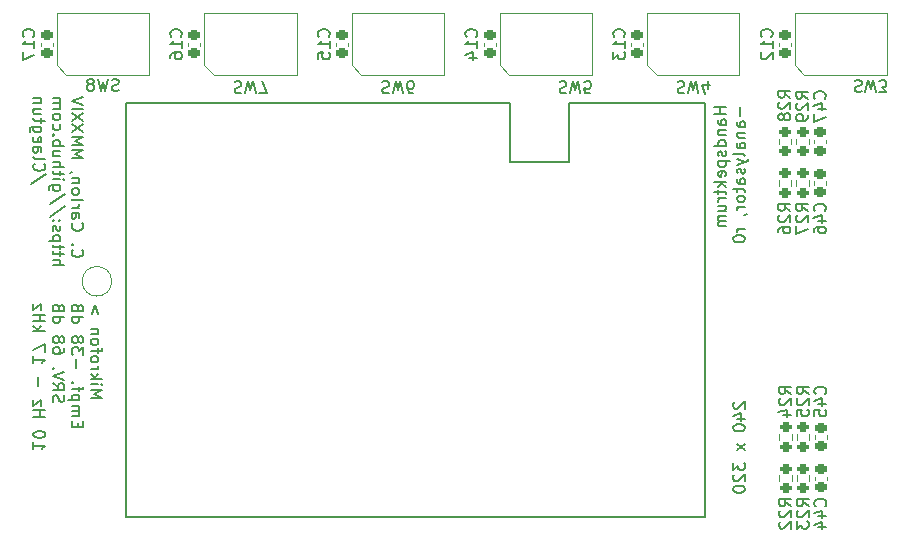
<source format=gbo>
G04 #@! TF.GenerationSoftware,KiCad,Pcbnew,8.0.4*
G04 #@! TF.CreationDate,2024-09-21T08:46:09+10:00*
G04 #@! TF.ProjectId,hsa_r0,6873615f-7230-42e6-9b69-6361645f7063,rev?*
G04 #@! TF.SameCoordinates,Original*
G04 #@! TF.FileFunction,Legend,Bot*
G04 #@! TF.FilePolarity,Positive*
%FSLAX46Y46*%
G04 Gerber Fmt 4.6, Leading zero omitted, Abs format (unit mm)*
G04 Created by KiCad (PCBNEW 8.0.4) date 2024-09-21 08:46:09*
%MOMM*%
%LPD*%
G01*
G04 APERTURE LIST*
G04 Aperture macros list*
%AMRoundRect*
0 Rectangle with rounded corners*
0 $1 Rounding radius*
0 $2 $3 $4 $5 $6 $7 $8 $9 X,Y pos of 4 corners*
0 Add a 4 corners polygon primitive as box body*
4,1,4,$2,$3,$4,$5,$6,$7,$8,$9,$2,$3,0*
0 Add four circle primitives for the rounded corners*
1,1,$1+$1,$2,$3*
1,1,$1+$1,$4,$5*
1,1,$1+$1,$6,$7*
1,1,$1+$1,$8,$9*
0 Add four rect primitives between the rounded corners*
20,1,$1+$1,$2,$3,$4,$5,0*
20,1,$1+$1,$4,$5,$6,$7,0*
20,1,$1+$1,$6,$7,$8,$9,0*
20,1,$1+$1,$8,$9,$2,$3,0*%
G04 Aperture macros list end*
%ADD10C,0.153000*%
%ADD11C,0.100000*%
%ADD12C,0.120000*%
%ADD13O,0.900000X1.600000*%
%ADD14C,1.800000*%
%ADD15C,2.000000*%
%ADD16R,1.700000X1.700000*%
%ADD17O,1.700000X1.700000*%
%ADD18C,3.600000*%
%ADD19C,5.700000*%
%ADD20RoundRect,0.200000X-0.275000X0.200000X-0.275000X-0.200000X0.275000X-0.200000X0.275000X0.200000X0*%
%ADD21RoundRect,0.225000X0.250000X-0.225000X0.250000X0.225000X-0.250000X0.225000X-0.250000X-0.225000X0*%
%ADD22R,1.550000X1.000000*%
%ADD23RoundRect,0.225000X-0.250000X0.225000X-0.250000X-0.225000X0.250000X-0.225000X0.250000X0.225000X0*%
%ADD24RoundRect,0.200000X0.275000X-0.200000X0.275000X0.200000X-0.275000X0.200000X-0.275000X-0.200000X0*%
G04 APERTURE END LIST*
D10*
X172500000Y-57500000D02*
X177500000Y-57500000D01*
X177500000Y-52500000D01*
X189000000Y-52500000D01*
X189000000Y-87500000D01*
X140000000Y-87500000D01*
X140000000Y-52500000D01*
X172500000Y-52500000D01*
X172500000Y-57500000D01*
X136960168Y-77445895D02*
X137960168Y-77445895D01*
X137960168Y-77445895D02*
X137245883Y-77112562D01*
X137245883Y-77112562D02*
X137960168Y-76779229D01*
X137960168Y-76779229D02*
X136960168Y-76779229D01*
X136960168Y-76303038D02*
X137626835Y-76303038D01*
X137960168Y-76303038D02*
X137912549Y-76350657D01*
X137912549Y-76350657D02*
X137864930Y-76303038D01*
X137864930Y-76303038D02*
X137912549Y-76255419D01*
X137912549Y-76255419D02*
X137960168Y-76303038D01*
X137960168Y-76303038D02*
X137864930Y-76303038D01*
X136960168Y-75826848D02*
X137960168Y-75826848D01*
X137341121Y-75731610D02*
X136960168Y-75445896D01*
X137626835Y-75445896D02*
X137245883Y-75826848D01*
X136960168Y-75017324D02*
X137626835Y-75017324D01*
X137436359Y-75017324D02*
X137531597Y-74969705D01*
X137531597Y-74969705D02*
X137579216Y-74922086D01*
X137579216Y-74922086D02*
X137626835Y-74826848D01*
X137626835Y-74826848D02*
X137626835Y-74731610D01*
X136960168Y-74255419D02*
X137007788Y-74350657D01*
X137007788Y-74350657D02*
X137055407Y-74398276D01*
X137055407Y-74398276D02*
X137150645Y-74445895D01*
X137150645Y-74445895D02*
X137436359Y-74445895D01*
X137436359Y-74445895D02*
X137531597Y-74398276D01*
X137531597Y-74398276D02*
X137579216Y-74350657D01*
X137579216Y-74350657D02*
X137626835Y-74255419D01*
X137626835Y-74255419D02*
X137626835Y-74112562D01*
X137626835Y-74112562D02*
X137579216Y-74017324D01*
X137579216Y-74017324D02*
X137531597Y-73969705D01*
X137531597Y-73969705D02*
X137436359Y-73922086D01*
X137436359Y-73922086D02*
X137150645Y-73922086D01*
X137150645Y-73922086D02*
X137055407Y-73969705D01*
X137055407Y-73969705D02*
X137007788Y-74017324D01*
X137007788Y-74017324D02*
X136960168Y-74112562D01*
X136960168Y-74112562D02*
X136960168Y-74255419D01*
X137626835Y-73636371D02*
X137626835Y-73255419D01*
X136960168Y-73493514D02*
X137817311Y-73493514D01*
X137817311Y-73493514D02*
X137912549Y-73445895D01*
X137912549Y-73445895D02*
X137960168Y-73350657D01*
X137960168Y-73350657D02*
X137960168Y-73255419D01*
X136960168Y-72779228D02*
X137007788Y-72874466D01*
X137007788Y-72874466D02*
X137055407Y-72922085D01*
X137055407Y-72922085D02*
X137150645Y-72969704D01*
X137150645Y-72969704D02*
X137436359Y-72969704D01*
X137436359Y-72969704D02*
X137531597Y-72922085D01*
X137531597Y-72922085D02*
X137579216Y-72874466D01*
X137579216Y-72874466D02*
X137626835Y-72779228D01*
X137626835Y-72779228D02*
X137626835Y-72636371D01*
X137626835Y-72636371D02*
X137579216Y-72541133D01*
X137579216Y-72541133D02*
X137531597Y-72493514D01*
X137531597Y-72493514D02*
X137436359Y-72445895D01*
X137436359Y-72445895D02*
X137150645Y-72445895D01*
X137150645Y-72445895D02*
X137055407Y-72493514D01*
X137055407Y-72493514D02*
X137007788Y-72541133D01*
X137007788Y-72541133D02*
X136960168Y-72636371D01*
X136960168Y-72636371D02*
X136960168Y-72779228D01*
X137626835Y-72017323D02*
X136960168Y-72017323D01*
X137531597Y-72017323D02*
X137579216Y-71969704D01*
X137579216Y-71969704D02*
X137626835Y-71874466D01*
X137626835Y-71874466D02*
X137626835Y-71731609D01*
X137626835Y-71731609D02*
X137579216Y-71636371D01*
X137579216Y-71636371D02*
X137483978Y-71588752D01*
X137483978Y-71588752D02*
X136960168Y-71588752D01*
X137626835Y-70350656D02*
X137341121Y-69588752D01*
X137341121Y-69588752D02*
X137055407Y-70350656D01*
X135874034Y-79874466D02*
X135874034Y-79541133D01*
X135350224Y-79398276D02*
X135350224Y-79874466D01*
X135350224Y-79874466D02*
X136350224Y-79874466D01*
X136350224Y-79874466D02*
X136350224Y-79398276D01*
X135350224Y-78969704D02*
X136016891Y-78969704D01*
X135921653Y-78969704D02*
X135969272Y-78922085D01*
X135969272Y-78922085D02*
X136016891Y-78826847D01*
X136016891Y-78826847D02*
X136016891Y-78683990D01*
X136016891Y-78683990D02*
X135969272Y-78588752D01*
X135969272Y-78588752D02*
X135874034Y-78541133D01*
X135874034Y-78541133D02*
X135350224Y-78541133D01*
X135874034Y-78541133D02*
X135969272Y-78493514D01*
X135969272Y-78493514D02*
X136016891Y-78398276D01*
X136016891Y-78398276D02*
X136016891Y-78255419D01*
X136016891Y-78255419D02*
X135969272Y-78160180D01*
X135969272Y-78160180D02*
X135874034Y-78112561D01*
X135874034Y-78112561D02*
X135350224Y-78112561D01*
X136016891Y-77636371D02*
X135016891Y-77636371D01*
X135969272Y-77636371D02*
X136016891Y-77541133D01*
X136016891Y-77541133D02*
X136016891Y-77350657D01*
X136016891Y-77350657D02*
X135969272Y-77255419D01*
X135969272Y-77255419D02*
X135921653Y-77207800D01*
X135921653Y-77207800D02*
X135826415Y-77160181D01*
X135826415Y-77160181D02*
X135540701Y-77160181D01*
X135540701Y-77160181D02*
X135445463Y-77207800D01*
X135445463Y-77207800D02*
X135397844Y-77255419D01*
X135397844Y-77255419D02*
X135350224Y-77350657D01*
X135350224Y-77350657D02*
X135350224Y-77541133D01*
X135350224Y-77541133D02*
X135397844Y-77636371D01*
X136016891Y-76874466D02*
X136016891Y-76493514D01*
X135350224Y-76731609D02*
X136207367Y-76731609D01*
X136207367Y-76731609D02*
X136302605Y-76683990D01*
X136302605Y-76683990D02*
X136350224Y-76588752D01*
X136350224Y-76588752D02*
X136350224Y-76493514D01*
X135445463Y-76160180D02*
X135397844Y-76112561D01*
X135397844Y-76112561D02*
X135350224Y-76160180D01*
X135350224Y-76160180D02*
X135397844Y-76207799D01*
X135397844Y-76207799D02*
X135445463Y-76160180D01*
X135445463Y-76160180D02*
X135350224Y-76160180D01*
X135731177Y-74922085D02*
X135731177Y-74160181D01*
X136350224Y-73779228D02*
X136350224Y-73160181D01*
X136350224Y-73160181D02*
X135969272Y-73493514D01*
X135969272Y-73493514D02*
X135969272Y-73350657D01*
X135969272Y-73350657D02*
X135921653Y-73255419D01*
X135921653Y-73255419D02*
X135874034Y-73207800D01*
X135874034Y-73207800D02*
X135778796Y-73160181D01*
X135778796Y-73160181D02*
X135540701Y-73160181D01*
X135540701Y-73160181D02*
X135445463Y-73207800D01*
X135445463Y-73207800D02*
X135397844Y-73255419D01*
X135397844Y-73255419D02*
X135350224Y-73350657D01*
X135350224Y-73350657D02*
X135350224Y-73636371D01*
X135350224Y-73636371D02*
X135397844Y-73731609D01*
X135397844Y-73731609D02*
X135445463Y-73779228D01*
X135921653Y-72588752D02*
X135969272Y-72683990D01*
X135969272Y-72683990D02*
X136016891Y-72731609D01*
X136016891Y-72731609D02*
X136112129Y-72779228D01*
X136112129Y-72779228D02*
X136159748Y-72779228D01*
X136159748Y-72779228D02*
X136254986Y-72731609D01*
X136254986Y-72731609D02*
X136302605Y-72683990D01*
X136302605Y-72683990D02*
X136350224Y-72588752D01*
X136350224Y-72588752D02*
X136350224Y-72398276D01*
X136350224Y-72398276D02*
X136302605Y-72303038D01*
X136302605Y-72303038D02*
X136254986Y-72255419D01*
X136254986Y-72255419D02*
X136159748Y-72207800D01*
X136159748Y-72207800D02*
X136112129Y-72207800D01*
X136112129Y-72207800D02*
X136016891Y-72255419D01*
X136016891Y-72255419D02*
X135969272Y-72303038D01*
X135969272Y-72303038D02*
X135921653Y-72398276D01*
X135921653Y-72398276D02*
X135921653Y-72588752D01*
X135921653Y-72588752D02*
X135874034Y-72683990D01*
X135874034Y-72683990D02*
X135826415Y-72731609D01*
X135826415Y-72731609D02*
X135731177Y-72779228D01*
X135731177Y-72779228D02*
X135540701Y-72779228D01*
X135540701Y-72779228D02*
X135445463Y-72731609D01*
X135445463Y-72731609D02*
X135397844Y-72683990D01*
X135397844Y-72683990D02*
X135350224Y-72588752D01*
X135350224Y-72588752D02*
X135350224Y-72398276D01*
X135350224Y-72398276D02*
X135397844Y-72303038D01*
X135397844Y-72303038D02*
X135445463Y-72255419D01*
X135445463Y-72255419D02*
X135540701Y-72207800D01*
X135540701Y-72207800D02*
X135731177Y-72207800D01*
X135731177Y-72207800D02*
X135826415Y-72255419D01*
X135826415Y-72255419D02*
X135874034Y-72303038D01*
X135874034Y-72303038D02*
X135921653Y-72398276D01*
X135350224Y-70588752D02*
X136350224Y-70588752D01*
X135397844Y-70588752D02*
X135350224Y-70683990D01*
X135350224Y-70683990D02*
X135350224Y-70874466D01*
X135350224Y-70874466D02*
X135397844Y-70969704D01*
X135397844Y-70969704D02*
X135445463Y-71017323D01*
X135445463Y-71017323D02*
X135540701Y-71064942D01*
X135540701Y-71064942D02*
X135826415Y-71064942D01*
X135826415Y-71064942D02*
X135921653Y-71017323D01*
X135921653Y-71017323D02*
X135969272Y-70969704D01*
X135969272Y-70969704D02*
X136016891Y-70874466D01*
X136016891Y-70874466D02*
X136016891Y-70683990D01*
X136016891Y-70683990D02*
X135969272Y-70588752D01*
X135874034Y-69779228D02*
X135826415Y-69636371D01*
X135826415Y-69636371D02*
X135778796Y-69588752D01*
X135778796Y-69588752D02*
X135683558Y-69541133D01*
X135683558Y-69541133D02*
X135540701Y-69541133D01*
X135540701Y-69541133D02*
X135445463Y-69588752D01*
X135445463Y-69588752D02*
X135397844Y-69636371D01*
X135397844Y-69636371D02*
X135350224Y-69731609D01*
X135350224Y-69731609D02*
X135350224Y-70112561D01*
X135350224Y-70112561D02*
X136350224Y-70112561D01*
X136350224Y-70112561D02*
X136350224Y-69779228D01*
X136350224Y-69779228D02*
X136302605Y-69683990D01*
X136302605Y-69683990D02*
X136254986Y-69636371D01*
X136254986Y-69636371D02*
X136159748Y-69588752D01*
X136159748Y-69588752D02*
X136064510Y-69588752D01*
X136064510Y-69588752D02*
X135969272Y-69636371D01*
X135969272Y-69636371D02*
X135921653Y-69683990D01*
X135921653Y-69683990D02*
X135874034Y-69779228D01*
X135874034Y-69779228D02*
X135874034Y-70112561D01*
X133787900Y-77779228D02*
X133740280Y-77636371D01*
X133740280Y-77636371D02*
X133740280Y-77398276D01*
X133740280Y-77398276D02*
X133787900Y-77303038D01*
X133787900Y-77303038D02*
X133835519Y-77255419D01*
X133835519Y-77255419D02*
X133930757Y-77207800D01*
X133930757Y-77207800D02*
X134025995Y-77207800D01*
X134025995Y-77207800D02*
X134121233Y-77255419D01*
X134121233Y-77255419D02*
X134168852Y-77303038D01*
X134168852Y-77303038D02*
X134216471Y-77398276D01*
X134216471Y-77398276D02*
X134264090Y-77588752D01*
X134264090Y-77588752D02*
X134311709Y-77683990D01*
X134311709Y-77683990D02*
X134359328Y-77731609D01*
X134359328Y-77731609D02*
X134454566Y-77779228D01*
X134454566Y-77779228D02*
X134549804Y-77779228D01*
X134549804Y-77779228D02*
X134645042Y-77731609D01*
X134645042Y-77731609D02*
X134692661Y-77683990D01*
X134692661Y-77683990D02*
X134740280Y-77588752D01*
X134740280Y-77588752D02*
X134740280Y-77350657D01*
X134740280Y-77350657D02*
X134692661Y-77207800D01*
X133740280Y-76207800D02*
X134216471Y-76541133D01*
X133740280Y-76779228D02*
X134740280Y-76779228D01*
X134740280Y-76779228D02*
X134740280Y-76398276D01*
X134740280Y-76398276D02*
X134692661Y-76303038D01*
X134692661Y-76303038D02*
X134645042Y-76255419D01*
X134645042Y-76255419D02*
X134549804Y-76207800D01*
X134549804Y-76207800D02*
X134406947Y-76207800D01*
X134406947Y-76207800D02*
X134311709Y-76255419D01*
X134311709Y-76255419D02*
X134264090Y-76303038D01*
X134264090Y-76303038D02*
X134216471Y-76398276D01*
X134216471Y-76398276D02*
X134216471Y-76779228D01*
X134740280Y-75922085D02*
X133740280Y-75588752D01*
X133740280Y-75588752D02*
X134740280Y-75255419D01*
X133835519Y-74922085D02*
X133787900Y-74874466D01*
X133787900Y-74874466D02*
X133740280Y-74922085D01*
X133740280Y-74922085D02*
X133787900Y-74969704D01*
X133787900Y-74969704D02*
X133835519Y-74922085D01*
X133835519Y-74922085D02*
X133740280Y-74922085D01*
X134740280Y-73255419D02*
X134740280Y-73445895D01*
X134740280Y-73445895D02*
X134692661Y-73541133D01*
X134692661Y-73541133D02*
X134645042Y-73588752D01*
X134645042Y-73588752D02*
X134502185Y-73683990D01*
X134502185Y-73683990D02*
X134311709Y-73731609D01*
X134311709Y-73731609D02*
X133930757Y-73731609D01*
X133930757Y-73731609D02*
X133835519Y-73683990D01*
X133835519Y-73683990D02*
X133787900Y-73636371D01*
X133787900Y-73636371D02*
X133740280Y-73541133D01*
X133740280Y-73541133D02*
X133740280Y-73350657D01*
X133740280Y-73350657D02*
X133787900Y-73255419D01*
X133787900Y-73255419D02*
X133835519Y-73207800D01*
X133835519Y-73207800D02*
X133930757Y-73160181D01*
X133930757Y-73160181D02*
X134168852Y-73160181D01*
X134168852Y-73160181D02*
X134264090Y-73207800D01*
X134264090Y-73207800D02*
X134311709Y-73255419D01*
X134311709Y-73255419D02*
X134359328Y-73350657D01*
X134359328Y-73350657D02*
X134359328Y-73541133D01*
X134359328Y-73541133D02*
X134311709Y-73636371D01*
X134311709Y-73636371D02*
X134264090Y-73683990D01*
X134264090Y-73683990D02*
X134168852Y-73731609D01*
X134311709Y-72588752D02*
X134359328Y-72683990D01*
X134359328Y-72683990D02*
X134406947Y-72731609D01*
X134406947Y-72731609D02*
X134502185Y-72779228D01*
X134502185Y-72779228D02*
X134549804Y-72779228D01*
X134549804Y-72779228D02*
X134645042Y-72731609D01*
X134645042Y-72731609D02*
X134692661Y-72683990D01*
X134692661Y-72683990D02*
X134740280Y-72588752D01*
X134740280Y-72588752D02*
X134740280Y-72398276D01*
X134740280Y-72398276D02*
X134692661Y-72303038D01*
X134692661Y-72303038D02*
X134645042Y-72255419D01*
X134645042Y-72255419D02*
X134549804Y-72207800D01*
X134549804Y-72207800D02*
X134502185Y-72207800D01*
X134502185Y-72207800D02*
X134406947Y-72255419D01*
X134406947Y-72255419D02*
X134359328Y-72303038D01*
X134359328Y-72303038D02*
X134311709Y-72398276D01*
X134311709Y-72398276D02*
X134311709Y-72588752D01*
X134311709Y-72588752D02*
X134264090Y-72683990D01*
X134264090Y-72683990D02*
X134216471Y-72731609D01*
X134216471Y-72731609D02*
X134121233Y-72779228D01*
X134121233Y-72779228D02*
X133930757Y-72779228D01*
X133930757Y-72779228D02*
X133835519Y-72731609D01*
X133835519Y-72731609D02*
X133787900Y-72683990D01*
X133787900Y-72683990D02*
X133740280Y-72588752D01*
X133740280Y-72588752D02*
X133740280Y-72398276D01*
X133740280Y-72398276D02*
X133787900Y-72303038D01*
X133787900Y-72303038D02*
X133835519Y-72255419D01*
X133835519Y-72255419D02*
X133930757Y-72207800D01*
X133930757Y-72207800D02*
X134121233Y-72207800D01*
X134121233Y-72207800D02*
X134216471Y-72255419D01*
X134216471Y-72255419D02*
X134264090Y-72303038D01*
X134264090Y-72303038D02*
X134311709Y-72398276D01*
X133740280Y-70588752D02*
X134740280Y-70588752D01*
X133787900Y-70588752D02*
X133740280Y-70683990D01*
X133740280Y-70683990D02*
X133740280Y-70874466D01*
X133740280Y-70874466D02*
X133787900Y-70969704D01*
X133787900Y-70969704D02*
X133835519Y-71017323D01*
X133835519Y-71017323D02*
X133930757Y-71064942D01*
X133930757Y-71064942D02*
X134216471Y-71064942D01*
X134216471Y-71064942D02*
X134311709Y-71017323D01*
X134311709Y-71017323D02*
X134359328Y-70969704D01*
X134359328Y-70969704D02*
X134406947Y-70874466D01*
X134406947Y-70874466D02*
X134406947Y-70683990D01*
X134406947Y-70683990D02*
X134359328Y-70588752D01*
X134264090Y-69779228D02*
X134216471Y-69636371D01*
X134216471Y-69636371D02*
X134168852Y-69588752D01*
X134168852Y-69588752D02*
X134073614Y-69541133D01*
X134073614Y-69541133D02*
X133930757Y-69541133D01*
X133930757Y-69541133D02*
X133835519Y-69588752D01*
X133835519Y-69588752D02*
X133787900Y-69636371D01*
X133787900Y-69636371D02*
X133740280Y-69731609D01*
X133740280Y-69731609D02*
X133740280Y-70112561D01*
X133740280Y-70112561D02*
X134740280Y-70112561D01*
X134740280Y-70112561D02*
X134740280Y-69779228D01*
X134740280Y-69779228D02*
X134692661Y-69683990D01*
X134692661Y-69683990D02*
X134645042Y-69636371D01*
X134645042Y-69636371D02*
X134549804Y-69588752D01*
X134549804Y-69588752D02*
X134454566Y-69588752D01*
X134454566Y-69588752D02*
X134359328Y-69636371D01*
X134359328Y-69636371D02*
X134311709Y-69683990D01*
X134311709Y-69683990D02*
X134264090Y-69779228D01*
X134264090Y-69779228D02*
X134264090Y-70112561D01*
X132130336Y-81207801D02*
X132130336Y-81779229D01*
X132130336Y-81493515D02*
X133130336Y-81493515D01*
X133130336Y-81493515D02*
X132987479Y-81588753D01*
X132987479Y-81588753D02*
X132892241Y-81683991D01*
X132892241Y-81683991D02*
X132844622Y-81779229D01*
X133130336Y-80588753D02*
X133130336Y-80493515D01*
X133130336Y-80493515D02*
X133082717Y-80398277D01*
X133082717Y-80398277D02*
X133035098Y-80350658D01*
X133035098Y-80350658D02*
X132939860Y-80303039D01*
X132939860Y-80303039D02*
X132749384Y-80255420D01*
X132749384Y-80255420D02*
X132511289Y-80255420D01*
X132511289Y-80255420D02*
X132320813Y-80303039D01*
X132320813Y-80303039D02*
X132225575Y-80350658D01*
X132225575Y-80350658D02*
X132177956Y-80398277D01*
X132177956Y-80398277D02*
X132130336Y-80493515D01*
X132130336Y-80493515D02*
X132130336Y-80588753D01*
X132130336Y-80588753D02*
X132177956Y-80683991D01*
X132177956Y-80683991D02*
X132225575Y-80731610D01*
X132225575Y-80731610D02*
X132320813Y-80779229D01*
X132320813Y-80779229D02*
X132511289Y-80826848D01*
X132511289Y-80826848D02*
X132749384Y-80826848D01*
X132749384Y-80826848D02*
X132939860Y-80779229D01*
X132939860Y-80779229D02*
X133035098Y-80731610D01*
X133035098Y-80731610D02*
X133082717Y-80683991D01*
X133082717Y-80683991D02*
X133130336Y-80588753D01*
X132130336Y-79064943D02*
X133130336Y-79064943D01*
X132654146Y-79064943D02*
X132654146Y-78493515D01*
X132130336Y-78493515D02*
X133130336Y-78493515D01*
X132797003Y-78112562D02*
X132797003Y-77588753D01*
X132797003Y-77588753D02*
X132130336Y-78112562D01*
X132130336Y-78112562D02*
X132130336Y-77588753D01*
X132511289Y-76445895D02*
X132511289Y-75683991D01*
X132130336Y-73922086D02*
X132130336Y-74493514D01*
X132130336Y-74207800D02*
X133130336Y-74207800D01*
X133130336Y-74207800D02*
X132987479Y-74303038D01*
X132987479Y-74303038D02*
X132892241Y-74398276D01*
X132892241Y-74398276D02*
X132844622Y-74493514D01*
X133130336Y-73588752D02*
X133130336Y-72922086D01*
X133130336Y-72922086D02*
X132130336Y-73350657D01*
X132130336Y-71779228D02*
X133130336Y-71779228D01*
X132511289Y-71683990D02*
X132130336Y-71398276D01*
X132797003Y-71398276D02*
X132416051Y-71779228D01*
X132130336Y-70969704D02*
X133130336Y-70969704D01*
X132654146Y-70969704D02*
X132654146Y-70398276D01*
X132130336Y-70398276D02*
X133130336Y-70398276D01*
X132797003Y-70017323D02*
X132797003Y-69493514D01*
X132797003Y-69493514D02*
X132130336Y-70017323D01*
X132130336Y-70017323D02*
X132130336Y-69493514D01*
X191464901Y-77791133D02*
X191417282Y-77838752D01*
X191417282Y-77838752D02*
X191369663Y-77933990D01*
X191369663Y-77933990D02*
X191369663Y-78172085D01*
X191369663Y-78172085D02*
X191417282Y-78267323D01*
X191417282Y-78267323D02*
X191464901Y-78314942D01*
X191464901Y-78314942D02*
X191560139Y-78362561D01*
X191560139Y-78362561D02*
X191655377Y-78362561D01*
X191655377Y-78362561D02*
X191798234Y-78314942D01*
X191798234Y-78314942D02*
X192369663Y-77743514D01*
X192369663Y-77743514D02*
X192369663Y-78362561D01*
X191702996Y-79219704D02*
X192369663Y-79219704D01*
X191322044Y-78981609D02*
X192036329Y-78743514D01*
X192036329Y-78743514D02*
X192036329Y-79362561D01*
X191369663Y-79933990D02*
X191369663Y-80029228D01*
X191369663Y-80029228D02*
X191417282Y-80124466D01*
X191417282Y-80124466D02*
X191464901Y-80172085D01*
X191464901Y-80172085D02*
X191560139Y-80219704D01*
X191560139Y-80219704D02*
X191750615Y-80267323D01*
X191750615Y-80267323D02*
X191988710Y-80267323D01*
X191988710Y-80267323D02*
X192179186Y-80219704D01*
X192179186Y-80219704D02*
X192274424Y-80172085D01*
X192274424Y-80172085D02*
X192322044Y-80124466D01*
X192322044Y-80124466D02*
X192369663Y-80029228D01*
X192369663Y-80029228D02*
X192369663Y-79933990D01*
X192369663Y-79933990D02*
X192322044Y-79838752D01*
X192322044Y-79838752D02*
X192274424Y-79791133D01*
X192274424Y-79791133D02*
X192179186Y-79743514D01*
X192179186Y-79743514D02*
X191988710Y-79695895D01*
X191988710Y-79695895D02*
X191750615Y-79695895D01*
X191750615Y-79695895D02*
X191560139Y-79743514D01*
X191560139Y-79743514D02*
X191464901Y-79791133D01*
X191464901Y-79791133D02*
X191417282Y-79838752D01*
X191417282Y-79838752D02*
X191369663Y-79933990D01*
X192369663Y-81362562D02*
X191702996Y-81886371D01*
X191702996Y-81362562D02*
X192369663Y-81886371D01*
X191369663Y-82933991D02*
X191369663Y-83553038D01*
X191369663Y-83553038D02*
X191750615Y-83219705D01*
X191750615Y-83219705D02*
X191750615Y-83362562D01*
X191750615Y-83362562D02*
X191798234Y-83457800D01*
X191798234Y-83457800D02*
X191845853Y-83505419D01*
X191845853Y-83505419D02*
X191941091Y-83553038D01*
X191941091Y-83553038D02*
X192179186Y-83553038D01*
X192179186Y-83553038D02*
X192274424Y-83505419D01*
X192274424Y-83505419D02*
X192322044Y-83457800D01*
X192322044Y-83457800D02*
X192369663Y-83362562D01*
X192369663Y-83362562D02*
X192369663Y-83076848D01*
X192369663Y-83076848D02*
X192322044Y-82981610D01*
X192322044Y-82981610D02*
X192274424Y-82933991D01*
X191464901Y-83933991D02*
X191417282Y-83981610D01*
X191417282Y-83981610D02*
X191369663Y-84076848D01*
X191369663Y-84076848D02*
X191369663Y-84314943D01*
X191369663Y-84314943D02*
X191417282Y-84410181D01*
X191417282Y-84410181D02*
X191464901Y-84457800D01*
X191464901Y-84457800D02*
X191560139Y-84505419D01*
X191560139Y-84505419D02*
X191655377Y-84505419D01*
X191655377Y-84505419D02*
X191798234Y-84457800D01*
X191798234Y-84457800D02*
X192369663Y-83886372D01*
X192369663Y-83886372D02*
X192369663Y-84505419D01*
X191369663Y-85124467D02*
X191369663Y-85219705D01*
X191369663Y-85219705D02*
X191417282Y-85314943D01*
X191417282Y-85314943D02*
X191464901Y-85362562D01*
X191464901Y-85362562D02*
X191560139Y-85410181D01*
X191560139Y-85410181D02*
X191750615Y-85457800D01*
X191750615Y-85457800D02*
X191988710Y-85457800D01*
X191988710Y-85457800D02*
X192179186Y-85410181D01*
X192179186Y-85410181D02*
X192274424Y-85362562D01*
X192274424Y-85362562D02*
X192322044Y-85314943D01*
X192322044Y-85314943D02*
X192369663Y-85219705D01*
X192369663Y-85219705D02*
X192369663Y-85124467D01*
X192369663Y-85124467D02*
X192322044Y-85029229D01*
X192322044Y-85029229D02*
X192274424Y-84981610D01*
X192274424Y-84981610D02*
X192179186Y-84933991D01*
X192179186Y-84933991D02*
X191988710Y-84886372D01*
X191988710Y-84886372D02*
X191750615Y-84886372D01*
X191750615Y-84886372D02*
X191560139Y-84933991D01*
X191560139Y-84933991D02*
X191464901Y-84981610D01*
X191464901Y-84981610D02*
X191417282Y-85029229D01*
X191417282Y-85029229D02*
X191369663Y-85124467D01*
X135445463Y-64898276D02*
X135397844Y-64945895D01*
X135397844Y-64945895D02*
X135350224Y-65088752D01*
X135350224Y-65088752D02*
X135350224Y-65183990D01*
X135350224Y-65183990D02*
X135397844Y-65326847D01*
X135397844Y-65326847D02*
X135493082Y-65422085D01*
X135493082Y-65422085D02*
X135588320Y-65469704D01*
X135588320Y-65469704D02*
X135778796Y-65517323D01*
X135778796Y-65517323D02*
X135921653Y-65517323D01*
X135921653Y-65517323D02*
X136112129Y-65469704D01*
X136112129Y-65469704D02*
X136207367Y-65422085D01*
X136207367Y-65422085D02*
X136302605Y-65326847D01*
X136302605Y-65326847D02*
X136350224Y-65183990D01*
X136350224Y-65183990D02*
X136350224Y-65088752D01*
X136350224Y-65088752D02*
X136302605Y-64945895D01*
X136302605Y-64945895D02*
X136254986Y-64898276D01*
X135445463Y-64469704D02*
X135397844Y-64422085D01*
X135397844Y-64422085D02*
X135350224Y-64469704D01*
X135350224Y-64469704D02*
X135397844Y-64517323D01*
X135397844Y-64517323D02*
X135445463Y-64469704D01*
X135445463Y-64469704D02*
X135350224Y-64469704D01*
X135445463Y-62660181D02*
X135397844Y-62707800D01*
X135397844Y-62707800D02*
X135350224Y-62850657D01*
X135350224Y-62850657D02*
X135350224Y-62945895D01*
X135350224Y-62945895D02*
X135397844Y-63088752D01*
X135397844Y-63088752D02*
X135493082Y-63183990D01*
X135493082Y-63183990D02*
X135588320Y-63231609D01*
X135588320Y-63231609D02*
X135778796Y-63279228D01*
X135778796Y-63279228D02*
X135921653Y-63279228D01*
X135921653Y-63279228D02*
X136112129Y-63231609D01*
X136112129Y-63231609D02*
X136207367Y-63183990D01*
X136207367Y-63183990D02*
X136302605Y-63088752D01*
X136302605Y-63088752D02*
X136350224Y-62945895D01*
X136350224Y-62945895D02*
X136350224Y-62850657D01*
X136350224Y-62850657D02*
X136302605Y-62707800D01*
X136302605Y-62707800D02*
X136254986Y-62660181D01*
X135350224Y-61803038D02*
X135874034Y-61803038D01*
X135874034Y-61803038D02*
X135969272Y-61850657D01*
X135969272Y-61850657D02*
X136016891Y-61945895D01*
X136016891Y-61945895D02*
X136016891Y-62136371D01*
X136016891Y-62136371D02*
X135969272Y-62231609D01*
X135397844Y-61803038D02*
X135350224Y-61898276D01*
X135350224Y-61898276D02*
X135350224Y-62136371D01*
X135350224Y-62136371D02*
X135397844Y-62231609D01*
X135397844Y-62231609D02*
X135493082Y-62279228D01*
X135493082Y-62279228D02*
X135588320Y-62279228D01*
X135588320Y-62279228D02*
X135683558Y-62231609D01*
X135683558Y-62231609D02*
X135731177Y-62136371D01*
X135731177Y-62136371D02*
X135731177Y-61898276D01*
X135731177Y-61898276D02*
X135778796Y-61803038D01*
X135350224Y-61326847D02*
X136016891Y-61326847D01*
X135826415Y-61326847D02*
X135921653Y-61279228D01*
X135921653Y-61279228D02*
X135969272Y-61231609D01*
X135969272Y-61231609D02*
X136016891Y-61136371D01*
X136016891Y-61136371D02*
X136016891Y-61041133D01*
X135350224Y-60564942D02*
X135397844Y-60660180D01*
X135397844Y-60660180D02*
X135493082Y-60707799D01*
X135493082Y-60707799D02*
X136350224Y-60707799D01*
X135350224Y-60041132D02*
X135397844Y-60136370D01*
X135397844Y-60136370D02*
X135445463Y-60183989D01*
X135445463Y-60183989D02*
X135540701Y-60231608D01*
X135540701Y-60231608D02*
X135826415Y-60231608D01*
X135826415Y-60231608D02*
X135921653Y-60183989D01*
X135921653Y-60183989D02*
X135969272Y-60136370D01*
X135969272Y-60136370D02*
X136016891Y-60041132D01*
X136016891Y-60041132D02*
X136016891Y-59898275D01*
X136016891Y-59898275D02*
X135969272Y-59803037D01*
X135969272Y-59803037D02*
X135921653Y-59755418D01*
X135921653Y-59755418D02*
X135826415Y-59707799D01*
X135826415Y-59707799D02*
X135540701Y-59707799D01*
X135540701Y-59707799D02*
X135445463Y-59755418D01*
X135445463Y-59755418D02*
X135397844Y-59803037D01*
X135397844Y-59803037D02*
X135350224Y-59898275D01*
X135350224Y-59898275D02*
X135350224Y-60041132D01*
X136016891Y-59279227D02*
X135350224Y-59279227D01*
X135921653Y-59279227D02*
X135969272Y-59231608D01*
X135969272Y-59231608D02*
X136016891Y-59136370D01*
X136016891Y-59136370D02*
X136016891Y-58993513D01*
X136016891Y-58993513D02*
X135969272Y-58898275D01*
X135969272Y-58898275D02*
X135874034Y-58850656D01*
X135874034Y-58850656D02*
X135350224Y-58850656D01*
X135397844Y-58326846D02*
X135350224Y-58326846D01*
X135350224Y-58326846D02*
X135254986Y-58374465D01*
X135254986Y-58374465D02*
X135207367Y-58422084D01*
X135350224Y-57136370D02*
X136350224Y-57136370D01*
X136350224Y-57136370D02*
X135635939Y-56803037D01*
X135635939Y-56803037D02*
X136350224Y-56469704D01*
X136350224Y-56469704D02*
X135350224Y-56469704D01*
X135350224Y-55993513D02*
X136350224Y-55993513D01*
X136350224Y-55993513D02*
X135635939Y-55660180D01*
X135635939Y-55660180D02*
X136350224Y-55326847D01*
X136350224Y-55326847D02*
X135350224Y-55326847D01*
X136350224Y-54945894D02*
X135350224Y-54279228D01*
X136350224Y-54279228D02*
X135350224Y-54945894D01*
X136350224Y-53993513D02*
X135350224Y-53326847D01*
X136350224Y-53326847D02*
X135350224Y-53993513D01*
X135350224Y-52945894D02*
X136350224Y-52945894D01*
X136350224Y-52612561D02*
X135350224Y-52279228D01*
X135350224Y-52279228D02*
X136350224Y-51945895D01*
X133740280Y-66183990D02*
X134740280Y-66183990D01*
X133740280Y-65755419D02*
X134264090Y-65755419D01*
X134264090Y-65755419D02*
X134359328Y-65803038D01*
X134359328Y-65803038D02*
X134406947Y-65898276D01*
X134406947Y-65898276D02*
X134406947Y-66041133D01*
X134406947Y-66041133D02*
X134359328Y-66136371D01*
X134359328Y-66136371D02*
X134311709Y-66183990D01*
X134406947Y-65422085D02*
X134406947Y-65041133D01*
X134740280Y-65279228D02*
X133883138Y-65279228D01*
X133883138Y-65279228D02*
X133787900Y-65231609D01*
X133787900Y-65231609D02*
X133740280Y-65136371D01*
X133740280Y-65136371D02*
X133740280Y-65041133D01*
X134406947Y-64850656D02*
X134406947Y-64469704D01*
X134740280Y-64707799D02*
X133883138Y-64707799D01*
X133883138Y-64707799D02*
X133787900Y-64660180D01*
X133787900Y-64660180D02*
X133740280Y-64564942D01*
X133740280Y-64564942D02*
X133740280Y-64469704D01*
X134406947Y-64136370D02*
X133406947Y-64136370D01*
X134359328Y-64136370D02*
X134406947Y-64041132D01*
X134406947Y-64041132D02*
X134406947Y-63850656D01*
X134406947Y-63850656D02*
X134359328Y-63755418D01*
X134359328Y-63755418D02*
X134311709Y-63707799D01*
X134311709Y-63707799D02*
X134216471Y-63660180D01*
X134216471Y-63660180D02*
X133930757Y-63660180D01*
X133930757Y-63660180D02*
X133835519Y-63707799D01*
X133835519Y-63707799D02*
X133787900Y-63755418D01*
X133787900Y-63755418D02*
X133740280Y-63850656D01*
X133740280Y-63850656D02*
X133740280Y-64041132D01*
X133740280Y-64041132D02*
X133787900Y-64136370D01*
X133787900Y-63279227D02*
X133740280Y-63183989D01*
X133740280Y-63183989D02*
X133740280Y-62993513D01*
X133740280Y-62993513D02*
X133787900Y-62898275D01*
X133787900Y-62898275D02*
X133883138Y-62850656D01*
X133883138Y-62850656D02*
X133930757Y-62850656D01*
X133930757Y-62850656D02*
X134025995Y-62898275D01*
X134025995Y-62898275D02*
X134073614Y-62993513D01*
X134073614Y-62993513D02*
X134073614Y-63136370D01*
X134073614Y-63136370D02*
X134121233Y-63231608D01*
X134121233Y-63231608D02*
X134216471Y-63279227D01*
X134216471Y-63279227D02*
X134264090Y-63279227D01*
X134264090Y-63279227D02*
X134359328Y-63231608D01*
X134359328Y-63231608D02*
X134406947Y-63136370D01*
X134406947Y-63136370D02*
X134406947Y-62993513D01*
X134406947Y-62993513D02*
X134359328Y-62898275D01*
X133835519Y-62422084D02*
X133787900Y-62374465D01*
X133787900Y-62374465D02*
X133740280Y-62422084D01*
X133740280Y-62422084D02*
X133787900Y-62469703D01*
X133787900Y-62469703D02*
X133835519Y-62422084D01*
X133835519Y-62422084D02*
X133740280Y-62422084D01*
X134359328Y-62422084D02*
X134311709Y-62374465D01*
X134311709Y-62374465D02*
X134264090Y-62422084D01*
X134264090Y-62422084D02*
X134311709Y-62469703D01*
X134311709Y-62469703D02*
X134359328Y-62422084D01*
X134359328Y-62422084D02*
X134264090Y-62422084D01*
X134787900Y-61231609D02*
X133502185Y-62088751D01*
X134787900Y-60183990D02*
X133502185Y-61041132D01*
X134406947Y-59422085D02*
X133597423Y-59422085D01*
X133597423Y-59422085D02*
X133502185Y-59469704D01*
X133502185Y-59469704D02*
X133454566Y-59517323D01*
X133454566Y-59517323D02*
X133406947Y-59612561D01*
X133406947Y-59612561D02*
X133406947Y-59755418D01*
X133406947Y-59755418D02*
X133454566Y-59850656D01*
X133787900Y-59422085D02*
X133740280Y-59517323D01*
X133740280Y-59517323D02*
X133740280Y-59707799D01*
X133740280Y-59707799D02*
X133787900Y-59803037D01*
X133787900Y-59803037D02*
X133835519Y-59850656D01*
X133835519Y-59850656D02*
X133930757Y-59898275D01*
X133930757Y-59898275D02*
X134216471Y-59898275D01*
X134216471Y-59898275D02*
X134311709Y-59850656D01*
X134311709Y-59850656D02*
X134359328Y-59803037D01*
X134359328Y-59803037D02*
X134406947Y-59707799D01*
X134406947Y-59707799D02*
X134406947Y-59517323D01*
X134406947Y-59517323D02*
X134359328Y-59422085D01*
X133740280Y-58945894D02*
X134406947Y-58945894D01*
X134740280Y-58945894D02*
X134692661Y-58993513D01*
X134692661Y-58993513D02*
X134645042Y-58945894D01*
X134645042Y-58945894D02*
X134692661Y-58898275D01*
X134692661Y-58898275D02*
X134740280Y-58945894D01*
X134740280Y-58945894D02*
X134645042Y-58945894D01*
X134406947Y-58612561D02*
X134406947Y-58231609D01*
X134740280Y-58469704D02*
X133883138Y-58469704D01*
X133883138Y-58469704D02*
X133787900Y-58422085D01*
X133787900Y-58422085D02*
X133740280Y-58326847D01*
X133740280Y-58326847D02*
X133740280Y-58231609D01*
X133740280Y-57898275D02*
X134740280Y-57898275D01*
X133740280Y-57469704D02*
X134264090Y-57469704D01*
X134264090Y-57469704D02*
X134359328Y-57517323D01*
X134359328Y-57517323D02*
X134406947Y-57612561D01*
X134406947Y-57612561D02*
X134406947Y-57755418D01*
X134406947Y-57755418D02*
X134359328Y-57850656D01*
X134359328Y-57850656D02*
X134311709Y-57898275D01*
X134406947Y-56564942D02*
X133740280Y-56564942D01*
X134406947Y-56993513D02*
X133883138Y-56993513D01*
X133883138Y-56993513D02*
X133787900Y-56945894D01*
X133787900Y-56945894D02*
X133740280Y-56850656D01*
X133740280Y-56850656D02*
X133740280Y-56707799D01*
X133740280Y-56707799D02*
X133787900Y-56612561D01*
X133787900Y-56612561D02*
X133835519Y-56564942D01*
X133740280Y-56088751D02*
X134740280Y-56088751D01*
X134359328Y-56088751D02*
X134406947Y-55993513D01*
X134406947Y-55993513D02*
X134406947Y-55803037D01*
X134406947Y-55803037D02*
X134359328Y-55707799D01*
X134359328Y-55707799D02*
X134311709Y-55660180D01*
X134311709Y-55660180D02*
X134216471Y-55612561D01*
X134216471Y-55612561D02*
X133930757Y-55612561D01*
X133930757Y-55612561D02*
X133835519Y-55660180D01*
X133835519Y-55660180D02*
X133787900Y-55707799D01*
X133787900Y-55707799D02*
X133740280Y-55803037D01*
X133740280Y-55803037D02*
X133740280Y-55993513D01*
X133740280Y-55993513D02*
X133787900Y-56088751D01*
X133835519Y-55183989D02*
X133787900Y-55136370D01*
X133787900Y-55136370D02*
X133740280Y-55183989D01*
X133740280Y-55183989D02*
X133787900Y-55231608D01*
X133787900Y-55231608D02*
X133835519Y-55183989D01*
X133835519Y-55183989D02*
X133740280Y-55183989D01*
X133787900Y-54279228D02*
X133740280Y-54374466D01*
X133740280Y-54374466D02*
X133740280Y-54564942D01*
X133740280Y-54564942D02*
X133787900Y-54660180D01*
X133787900Y-54660180D02*
X133835519Y-54707799D01*
X133835519Y-54707799D02*
X133930757Y-54755418D01*
X133930757Y-54755418D02*
X134216471Y-54755418D01*
X134216471Y-54755418D02*
X134311709Y-54707799D01*
X134311709Y-54707799D02*
X134359328Y-54660180D01*
X134359328Y-54660180D02*
X134406947Y-54564942D01*
X134406947Y-54564942D02*
X134406947Y-54374466D01*
X134406947Y-54374466D02*
X134359328Y-54279228D01*
X133740280Y-53707799D02*
X133787900Y-53803037D01*
X133787900Y-53803037D02*
X133835519Y-53850656D01*
X133835519Y-53850656D02*
X133930757Y-53898275D01*
X133930757Y-53898275D02*
X134216471Y-53898275D01*
X134216471Y-53898275D02*
X134311709Y-53850656D01*
X134311709Y-53850656D02*
X134359328Y-53803037D01*
X134359328Y-53803037D02*
X134406947Y-53707799D01*
X134406947Y-53707799D02*
X134406947Y-53564942D01*
X134406947Y-53564942D02*
X134359328Y-53469704D01*
X134359328Y-53469704D02*
X134311709Y-53422085D01*
X134311709Y-53422085D02*
X134216471Y-53374466D01*
X134216471Y-53374466D02*
X133930757Y-53374466D01*
X133930757Y-53374466D02*
X133835519Y-53422085D01*
X133835519Y-53422085D02*
X133787900Y-53469704D01*
X133787900Y-53469704D02*
X133740280Y-53564942D01*
X133740280Y-53564942D02*
X133740280Y-53707799D01*
X133740280Y-52945894D02*
X134406947Y-52945894D01*
X134311709Y-52945894D02*
X134359328Y-52898275D01*
X134359328Y-52898275D02*
X134406947Y-52803037D01*
X134406947Y-52803037D02*
X134406947Y-52660180D01*
X134406947Y-52660180D02*
X134359328Y-52564942D01*
X134359328Y-52564942D02*
X134264090Y-52517323D01*
X134264090Y-52517323D02*
X133740280Y-52517323D01*
X134264090Y-52517323D02*
X134359328Y-52469704D01*
X134359328Y-52469704D02*
X134406947Y-52374466D01*
X134406947Y-52374466D02*
X134406947Y-52231609D01*
X134406947Y-52231609D02*
X134359328Y-52136370D01*
X134359328Y-52136370D02*
X134264090Y-52088751D01*
X134264090Y-52088751D02*
X133740280Y-52088751D01*
X133177956Y-58517325D02*
X131892241Y-59374467D01*
X132225575Y-57612563D02*
X132177956Y-57660182D01*
X132177956Y-57660182D02*
X132130336Y-57803039D01*
X132130336Y-57803039D02*
X132130336Y-57898277D01*
X132130336Y-57898277D02*
X132177956Y-58041134D01*
X132177956Y-58041134D02*
X132273194Y-58136372D01*
X132273194Y-58136372D02*
X132368432Y-58183991D01*
X132368432Y-58183991D02*
X132558908Y-58231610D01*
X132558908Y-58231610D02*
X132701765Y-58231610D01*
X132701765Y-58231610D02*
X132892241Y-58183991D01*
X132892241Y-58183991D02*
X132987479Y-58136372D01*
X132987479Y-58136372D02*
X133082717Y-58041134D01*
X133082717Y-58041134D02*
X133130336Y-57898277D01*
X133130336Y-57898277D02*
X133130336Y-57803039D01*
X133130336Y-57803039D02*
X133082717Y-57660182D01*
X133082717Y-57660182D02*
X133035098Y-57612563D01*
X132130336Y-57041134D02*
X132177956Y-57136372D01*
X132177956Y-57136372D02*
X132273194Y-57183991D01*
X132273194Y-57183991D02*
X133130336Y-57183991D01*
X132130336Y-56231610D02*
X132654146Y-56231610D01*
X132654146Y-56231610D02*
X132749384Y-56279229D01*
X132749384Y-56279229D02*
X132797003Y-56374467D01*
X132797003Y-56374467D02*
X132797003Y-56564943D01*
X132797003Y-56564943D02*
X132749384Y-56660181D01*
X132177956Y-56231610D02*
X132130336Y-56326848D01*
X132130336Y-56326848D02*
X132130336Y-56564943D01*
X132130336Y-56564943D02*
X132177956Y-56660181D01*
X132177956Y-56660181D02*
X132273194Y-56707800D01*
X132273194Y-56707800D02*
X132368432Y-56707800D01*
X132368432Y-56707800D02*
X132463670Y-56660181D01*
X132463670Y-56660181D02*
X132511289Y-56564943D01*
X132511289Y-56564943D02*
X132511289Y-56326848D01*
X132511289Y-56326848D02*
X132558908Y-56231610D01*
X132177956Y-55374467D02*
X132130336Y-55469705D01*
X132130336Y-55469705D02*
X132130336Y-55660181D01*
X132130336Y-55660181D02*
X132177956Y-55755419D01*
X132177956Y-55755419D02*
X132273194Y-55803038D01*
X132273194Y-55803038D02*
X132654146Y-55803038D01*
X132654146Y-55803038D02*
X132749384Y-55755419D01*
X132749384Y-55755419D02*
X132797003Y-55660181D01*
X132797003Y-55660181D02*
X132797003Y-55469705D01*
X132797003Y-55469705D02*
X132749384Y-55374467D01*
X132749384Y-55374467D02*
X132654146Y-55326848D01*
X132654146Y-55326848D02*
X132558908Y-55326848D01*
X132558908Y-55326848D02*
X132463670Y-55803038D01*
X132797003Y-54469705D02*
X131987479Y-54469705D01*
X131987479Y-54469705D02*
X131892241Y-54517324D01*
X131892241Y-54517324D02*
X131844622Y-54564943D01*
X131844622Y-54564943D02*
X131797003Y-54660181D01*
X131797003Y-54660181D02*
X131797003Y-54803038D01*
X131797003Y-54803038D02*
X131844622Y-54898276D01*
X132177956Y-54469705D02*
X132130336Y-54564943D01*
X132130336Y-54564943D02*
X132130336Y-54755419D01*
X132130336Y-54755419D02*
X132177956Y-54850657D01*
X132177956Y-54850657D02*
X132225575Y-54898276D01*
X132225575Y-54898276D02*
X132320813Y-54945895D01*
X132320813Y-54945895D02*
X132606527Y-54945895D01*
X132606527Y-54945895D02*
X132701765Y-54898276D01*
X132701765Y-54898276D02*
X132749384Y-54850657D01*
X132749384Y-54850657D02*
X132797003Y-54755419D01*
X132797003Y-54755419D02*
X132797003Y-54564943D01*
X132797003Y-54564943D02*
X132749384Y-54469705D01*
X132797003Y-54136371D02*
X132797003Y-53755419D01*
X133130336Y-53993514D02*
X132273194Y-53993514D01*
X132273194Y-53993514D02*
X132177956Y-53945895D01*
X132177956Y-53945895D02*
X132130336Y-53850657D01*
X132130336Y-53850657D02*
X132130336Y-53755419D01*
X132797003Y-52993514D02*
X132130336Y-52993514D01*
X132797003Y-53422085D02*
X132273194Y-53422085D01*
X132273194Y-53422085D02*
X132177956Y-53374466D01*
X132177956Y-53374466D02*
X132130336Y-53279228D01*
X132130336Y-53279228D02*
X132130336Y-53136371D01*
X132130336Y-53136371D02*
X132177956Y-53041133D01*
X132177956Y-53041133D02*
X132225575Y-52993514D01*
X132797003Y-52517323D02*
X132130336Y-52517323D01*
X132701765Y-52517323D02*
X132749384Y-52469704D01*
X132749384Y-52469704D02*
X132797003Y-52374466D01*
X132797003Y-52374466D02*
X132797003Y-52231609D01*
X132797003Y-52231609D02*
X132749384Y-52136371D01*
X132749384Y-52136371D02*
X132654146Y-52088752D01*
X132654146Y-52088752D02*
X132130336Y-52088752D01*
X190759719Y-52838752D02*
X189759719Y-52838752D01*
X190235909Y-52838752D02*
X190235909Y-53410180D01*
X190759719Y-53410180D02*
X189759719Y-53410180D01*
X190759719Y-54314942D02*
X190235909Y-54314942D01*
X190235909Y-54314942D02*
X190140671Y-54267323D01*
X190140671Y-54267323D02*
X190093052Y-54172085D01*
X190093052Y-54172085D02*
X190093052Y-53981609D01*
X190093052Y-53981609D02*
X190140671Y-53886371D01*
X190712100Y-54314942D02*
X190759719Y-54219704D01*
X190759719Y-54219704D02*
X190759719Y-53981609D01*
X190759719Y-53981609D02*
X190712100Y-53886371D01*
X190712100Y-53886371D02*
X190616861Y-53838752D01*
X190616861Y-53838752D02*
X190521623Y-53838752D01*
X190521623Y-53838752D02*
X190426385Y-53886371D01*
X190426385Y-53886371D02*
X190378766Y-53981609D01*
X190378766Y-53981609D02*
X190378766Y-54219704D01*
X190378766Y-54219704D02*
X190331147Y-54314942D01*
X190093052Y-54791133D02*
X190759719Y-54791133D01*
X190188290Y-54791133D02*
X190140671Y-54838752D01*
X190140671Y-54838752D02*
X190093052Y-54933990D01*
X190093052Y-54933990D02*
X190093052Y-55076847D01*
X190093052Y-55076847D02*
X190140671Y-55172085D01*
X190140671Y-55172085D02*
X190235909Y-55219704D01*
X190235909Y-55219704D02*
X190759719Y-55219704D01*
X190759719Y-56124466D02*
X189759719Y-56124466D01*
X190712100Y-56124466D02*
X190759719Y-56029228D01*
X190759719Y-56029228D02*
X190759719Y-55838752D01*
X190759719Y-55838752D02*
X190712100Y-55743514D01*
X190712100Y-55743514D02*
X190664480Y-55695895D01*
X190664480Y-55695895D02*
X190569242Y-55648276D01*
X190569242Y-55648276D02*
X190283528Y-55648276D01*
X190283528Y-55648276D02*
X190188290Y-55695895D01*
X190188290Y-55695895D02*
X190140671Y-55743514D01*
X190140671Y-55743514D02*
X190093052Y-55838752D01*
X190093052Y-55838752D02*
X190093052Y-56029228D01*
X190093052Y-56029228D02*
X190140671Y-56124466D01*
X190712100Y-56553038D02*
X190759719Y-56648276D01*
X190759719Y-56648276D02*
X190759719Y-56838752D01*
X190759719Y-56838752D02*
X190712100Y-56933990D01*
X190712100Y-56933990D02*
X190616861Y-56981609D01*
X190616861Y-56981609D02*
X190569242Y-56981609D01*
X190569242Y-56981609D02*
X190474004Y-56933990D01*
X190474004Y-56933990D02*
X190426385Y-56838752D01*
X190426385Y-56838752D02*
X190426385Y-56695895D01*
X190426385Y-56695895D02*
X190378766Y-56600657D01*
X190378766Y-56600657D02*
X190283528Y-56553038D01*
X190283528Y-56553038D02*
X190235909Y-56553038D01*
X190235909Y-56553038D02*
X190140671Y-56600657D01*
X190140671Y-56600657D02*
X190093052Y-56695895D01*
X190093052Y-56695895D02*
X190093052Y-56838752D01*
X190093052Y-56838752D02*
X190140671Y-56933990D01*
X190093052Y-57410181D02*
X191093052Y-57410181D01*
X190140671Y-57410181D02*
X190093052Y-57505419D01*
X190093052Y-57505419D02*
X190093052Y-57695895D01*
X190093052Y-57695895D02*
X190140671Y-57791133D01*
X190140671Y-57791133D02*
X190188290Y-57838752D01*
X190188290Y-57838752D02*
X190283528Y-57886371D01*
X190283528Y-57886371D02*
X190569242Y-57886371D01*
X190569242Y-57886371D02*
X190664480Y-57838752D01*
X190664480Y-57838752D02*
X190712100Y-57791133D01*
X190712100Y-57791133D02*
X190759719Y-57695895D01*
X190759719Y-57695895D02*
X190759719Y-57505419D01*
X190759719Y-57505419D02*
X190712100Y-57410181D01*
X190712100Y-58695895D02*
X190759719Y-58600657D01*
X190759719Y-58600657D02*
X190759719Y-58410181D01*
X190759719Y-58410181D02*
X190712100Y-58314943D01*
X190712100Y-58314943D02*
X190616861Y-58267324D01*
X190616861Y-58267324D02*
X190235909Y-58267324D01*
X190235909Y-58267324D02*
X190140671Y-58314943D01*
X190140671Y-58314943D02*
X190093052Y-58410181D01*
X190093052Y-58410181D02*
X190093052Y-58600657D01*
X190093052Y-58600657D02*
X190140671Y-58695895D01*
X190140671Y-58695895D02*
X190235909Y-58743514D01*
X190235909Y-58743514D02*
X190331147Y-58743514D01*
X190331147Y-58743514D02*
X190426385Y-58267324D01*
X190759719Y-59172086D02*
X189759719Y-59172086D01*
X190378766Y-59267324D02*
X190759719Y-59553038D01*
X190093052Y-59553038D02*
X190474004Y-59172086D01*
X190093052Y-59838753D02*
X190093052Y-60219705D01*
X189759719Y-59981610D02*
X190616861Y-59981610D01*
X190616861Y-59981610D02*
X190712100Y-60029229D01*
X190712100Y-60029229D02*
X190759719Y-60124467D01*
X190759719Y-60124467D02*
X190759719Y-60219705D01*
X190759719Y-60553039D02*
X190093052Y-60553039D01*
X190283528Y-60553039D02*
X190188290Y-60600658D01*
X190188290Y-60600658D02*
X190140671Y-60648277D01*
X190140671Y-60648277D02*
X190093052Y-60743515D01*
X190093052Y-60743515D02*
X190093052Y-60838753D01*
X190093052Y-61600658D02*
X190759719Y-61600658D01*
X190093052Y-61172087D02*
X190616861Y-61172087D01*
X190616861Y-61172087D02*
X190712100Y-61219706D01*
X190712100Y-61219706D02*
X190759719Y-61314944D01*
X190759719Y-61314944D02*
X190759719Y-61457801D01*
X190759719Y-61457801D02*
X190712100Y-61553039D01*
X190712100Y-61553039D02*
X190664480Y-61600658D01*
X190759719Y-62076849D02*
X190093052Y-62076849D01*
X190188290Y-62076849D02*
X190140671Y-62124468D01*
X190140671Y-62124468D02*
X190093052Y-62219706D01*
X190093052Y-62219706D02*
X190093052Y-62362563D01*
X190093052Y-62362563D02*
X190140671Y-62457801D01*
X190140671Y-62457801D02*
X190235909Y-62505420D01*
X190235909Y-62505420D02*
X190759719Y-62505420D01*
X190235909Y-62505420D02*
X190140671Y-62553039D01*
X190140671Y-62553039D02*
X190093052Y-62648277D01*
X190093052Y-62648277D02*
X190093052Y-62791134D01*
X190093052Y-62791134D02*
X190140671Y-62886373D01*
X190140671Y-62886373D02*
X190235909Y-62933992D01*
X190235909Y-62933992D02*
X190759719Y-62933992D01*
X191988710Y-52838752D02*
X191988710Y-53600657D01*
X192369663Y-54505418D02*
X191845853Y-54505418D01*
X191845853Y-54505418D02*
X191750615Y-54457799D01*
X191750615Y-54457799D02*
X191702996Y-54362561D01*
X191702996Y-54362561D02*
X191702996Y-54172085D01*
X191702996Y-54172085D02*
X191750615Y-54076847D01*
X192322044Y-54505418D02*
X192369663Y-54410180D01*
X192369663Y-54410180D02*
X192369663Y-54172085D01*
X192369663Y-54172085D02*
X192322044Y-54076847D01*
X192322044Y-54076847D02*
X192226805Y-54029228D01*
X192226805Y-54029228D02*
X192131567Y-54029228D01*
X192131567Y-54029228D02*
X192036329Y-54076847D01*
X192036329Y-54076847D02*
X191988710Y-54172085D01*
X191988710Y-54172085D02*
X191988710Y-54410180D01*
X191988710Y-54410180D02*
X191941091Y-54505418D01*
X191702996Y-54981609D02*
X192369663Y-54981609D01*
X191798234Y-54981609D02*
X191750615Y-55029228D01*
X191750615Y-55029228D02*
X191702996Y-55124466D01*
X191702996Y-55124466D02*
X191702996Y-55267323D01*
X191702996Y-55267323D02*
X191750615Y-55362561D01*
X191750615Y-55362561D02*
X191845853Y-55410180D01*
X191845853Y-55410180D02*
X192369663Y-55410180D01*
X192369663Y-56314942D02*
X191845853Y-56314942D01*
X191845853Y-56314942D02*
X191750615Y-56267323D01*
X191750615Y-56267323D02*
X191702996Y-56172085D01*
X191702996Y-56172085D02*
X191702996Y-55981609D01*
X191702996Y-55981609D02*
X191750615Y-55886371D01*
X192322044Y-56314942D02*
X192369663Y-56219704D01*
X192369663Y-56219704D02*
X192369663Y-55981609D01*
X192369663Y-55981609D02*
X192322044Y-55886371D01*
X192322044Y-55886371D02*
X192226805Y-55838752D01*
X192226805Y-55838752D02*
X192131567Y-55838752D01*
X192131567Y-55838752D02*
X192036329Y-55886371D01*
X192036329Y-55886371D02*
X191988710Y-55981609D01*
X191988710Y-55981609D02*
X191988710Y-56219704D01*
X191988710Y-56219704D02*
X191941091Y-56314942D01*
X192369663Y-56933990D02*
X192322044Y-56838752D01*
X192322044Y-56838752D02*
X192226805Y-56791133D01*
X192226805Y-56791133D02*
X191369663Y-56791133D01*
X191702996Y-57219705D02*
X192369663Y-57457800D01*
X191702996Y-57695895D02*
X192369663Y-57457800D01*
X192369663Y-57457800D02*
X192607758Y-57362562D01*
X192607758Y-57362562D02*
X192655377Y-57314943D01*
X192655377Y-57314943D02*
X192702996Y-57219705D01*
X192322044Y-58029229D02*
X192369663Y-58124467D01*
X192369663Y-58124467D02*
X192369663Y-58314943D01*
X192369663Y-58314943D02*
X192322044Y-58410181D01*
X192322044Y-58410181D02*
X192226805Y-58457800D01*
X192226805Y-58457800D02*
X192179186Y-58457800D01*
X192179186Y-58457800D02*
X192083948Y-58410181D01*
X192083948Y-58410181D02*
X192036329Y-58314943D01*
X192036329Y-58314943D02*
X192036329Y-58172086D01*
X192036329Y-58172086D02*
X191988710Y-58076848D01*
X191988710Y-58076848D02*
X191893472Y-58029229D01*
X191893472Y-58029229D02*
X191845853Y-58029229D01*
X191845853Y-58029229D02*
X191750615Y-58076848D01*
X191750615Y-58076848D02*
X191702996Y-58172086D01*
X191702996Y-58172086D02*
X191702996Y-58314943D01*
X191702996Y-58314943D02*
X191750615Y-58410181D01*
X192369663Y-59314943D02*
X191845853Y-59314943D01*
X191845853Y-59314943D02*
X191750615Y-59267324D01*
X191750615Y-59267324D02*
X191702996Y-59172086D01*
X191702996Y-59172086D02*
X191702996Y-58981610D01*
X191702996Y-58981610D02*
X191750615Y-58886372D01*
X192322044Y-59314943D02*
X192369663Y-59219705D01*
X192369663Y-59219705D02*
X192369663Y-58981610D01*
X192369663Y-58981610D02*
X192322044Y-58886372D01*
X192322044Y-58886372D02*
X192226805Y-58838753D01*
X192226805Y-58838753D02*
X192131567Y-58838753D01*
X192131567Y-58838753D02*
X192036329Y-58886372D01*
X192036329Y-58886372D02*
X191988710Y-58981610D01*
X191988710Y-58981610D02*
X191988710Y-59219705D01*
X191988710Y-59219705D02*
X191941091Y-59314943D01*
X191702996Y-59648277D02*
X191702996Y-60029229D01*
X191369663Y-59791134D02*
X192226805Y-59791134D01*
X192226805Y-59791134D02*
X192322044Y-59838753D01*
X192322044Y-59838753D02*
X192369663Y-59933991D01*
X192369663Y-59933991D02*
X192369663Y-60029229D01*
X192369663Y-60505420D02*
X192322044Y-60410182D01*
X192322044Y-60410182D02*
X192274424Y-60362563D01*
X192274424Y-60362563D02*
X192179186Y-60314944D01*
X192179186Y-60314944D02*
X191893472Y-60314944D01*
X191893472Y-60314944D02*
X191798234Y-60362563D01*
X191798234Y-60362563D02*
X191750615Y-60410182D01*
X191750615Y-60410182D02*
X191702996Y-60505420D01*
X191702996Y-60505420D02*
X191702996Y-60648277D01*
X191702996Y-60648277D02*
X191750615Y-60743515D01*
X191750615Y-60743515D02*
X191798234Y-60791134D01*
X191798234Y-60791134D02*
X191893472Y-60838753D01*
X191893472Y-60838753D02*
X192179186Y-60838753D01*
X192179186Y-60838753D02*
X192274424Y-60791134D01*
X192274424Y-60791134D02*
X192322044Y-60743515D01*
X192322044Y-60743515D02*
X192369663Y-60648277D01*
X192369663Y-60648277D02*
X192369663Y-60505420D01*
X192369663Y-61267325D02*
X191702996Y-61267325D01*
X191893472Y-61267325D02*
X191798234Y-61314944D01*
X191798234Y-61314944D02*
X191750615Y-61362563D01*
X191750615Y-61362563D02*
X191702996Y-61457801D01*
X191702996Y-61457801D02*
X191702996Y-61553039D01*
X192322044Y-61933992D02*
X192369663Y-61933992D01*
X192369663Y-61933992D02*
X192464901Y-61886373D01*
X192464901Y-61886373D02*
X192512520Y-61838754D01*
X192369663Y-63124468D02*
X191702996Y-63124468D01*
X191893472Y-63124468D02*
X191798234Y-63172087D01*
X191798234Y-63172087D02*
X191750615Y-63219706D01*
X191750615Y-63219706D02*
X191702996Y-63314944D01*
X191702996Y-63314944D02*
X191702996Y-63410182D01*
X191369663Y-63933992D02*
X191369663Y-64029230D01*
X191369663Y-64029230D02*
X191417282Y-64124468D01*
X191417282Y-64124468D02*
X191464901Y-64172087D01*
X191464901Y-64172087D02*
X191560139Y-64219706D01*
X191560139Y-64219706D02*
X191750615Y-64267325D01*
X191750615Y-64267325D02*
X191988710Y-64267325D01*
X191988710Y-64267325D02*
X192179186Y-64219706D01*
X192179186Y-64219706D02*
X192274424Y-64172087D01*
X192274424Y-64172087D02*
X192322044Y-64124468D01*
X192322044Y-64124468D02*
X192369663Y-64029230D01*
X192369663Y-64029230D02*
X192369663Y-63933992D01*
X192369663Y-63933992D02*
X192322044Y-63838754D01*
X192322044Y-63838754D02*
X192274424Y-63791135D01*
X192274424Y-63791135D02*
X192179186Y-63743516D01*
X192179186Y-63743516D02*
X191988710Y-63695897D01*
X191988710Y-63695897D02*
X191750615Y-63695897D01*
X191750615Y-63695897D02*
X191560139Y-63743516D01*
X191560139Y-63743516D02*
X191464901Y-63791135D01*
X191464901Y-63791135D02*
X191417282Y-63838754D01*
X191417282Y-63838754D02*
X191369663Y-63933992D01*
X197704663Y-61607142D02*
X197228472Y-61273809D01*
X197704663Y-61035714D02*
X196704663Y-61035714D01*
X196704663Y-61035714D02*
X196704663Y-61416666D01*
X196704663Y-61416666D02*
X196752282Y-61511904D01*
X196752282Y-61511904D02*
X196799901Y-61559523D01*
X196799901Y-61559523D02*
X196895139Y-61607142D01*
X196895139Y-61607142D02*
X197037996Y-61607142D01*
X197037996Y-61607142D02*
X197133234Y-61559523D01*
X197133234Y-61559523D02*
X197180853Y-61511904D01*
X197180853Y-61511904D02*
X197228472Y-61416666D01*
X197228472Y-61416666D02*
X197228472Y-61035714D01*
X196799901Y-61988095D02*
X196752282Y-62035714D01*
X196752282Y-62035714D02*
X196704663Y-62130952D01*
X196704663Y-62130952D02*
X196704663Y-62369047D01*
X196704663Y-62369047D02*
X196752282Y-62464285D01*
X196752282Y-62464285D02*
X196799901Y-62511904D01*
X196799901Y-62511904D02*
X196895139Y-62559523D01*
X196895139Y-62559523D02*
X196990377Y-62559523D01*
X196990377Y-62559523D02*
X197133234Y-62511904D01*
X197133234Y-62511904D02*
X197704663Y-61940476D01*
X197704663Y-61940476D02*
X197704663Y-62559523D01*
X196704663Y-62892857D02*
X196704663Y-63559523D01*
X196704663Y-63559523D02*
X197704663Y-63130952D01*
X199159424Y-77107142D02*
X199207044Y-77059523D01*
X199207044Y-77059523D02*
X199254663Y-76916666D01*
X199254663Y-76916666D02*
X199254663Y-76821428D01*
X199254663Y-76821428D02*
X199207044Y-76678571D01*
X199207044Y-76678571D02*
X199111805Y-76583333D01*
X199111805Y-76583333D02*
X199016567Y-76535714D01*
X199016567Y-76535714D02*
X198826091Y-76488095D01*
X198826091Y-76488095D02*
X198683234Y-76488095D01*
X198683234Y-76488095D02*
X198492758Y-76535714D01*
X198492758Y-76535714D02*
X198397520Y-76583333D01*
X198397520Y-76583333D02*
X198302282Y-76678571D01*
X198302282Y-76678571D02*
X198254663Y-76821428D01*
X198254663Y-76821428D02*
X198254663Y-76916666D01*
X198254663Y-76916666D02*
X198302282Y-77059523D01*
X198302282Y-77059523D02*
X198349901Y-77107142D01*
X198587996Y-77964285D02*
X199254663Y-77964285D01*
X198207044Y-77726190D02*
X198921329Y-77488095D01*
X198921329Y-77488095D02*
X198921329Y-78107142D01*
X198254663Y-78964285D02*
X198254663Y-78488095D01*
X198254663Y-78488095D02*
X198730853Y-78440476D01*
X198730853Y-78440476D02*
X198683234Y-78488095D01*
X198683234Y-78488095D02*
X198635615Y-78583333D01*
X198635615Y-78583333D02*
X198635615Y-78821428D01*
X198635615Y-78821428D02*
X198683234Y-78916666D01*
X198683234Y-78916666D02*
X198730853Y-78964285D01*
X198730853Y-78964285D02*
X198826091Y-79011904D01*
X198826091Y-79011904D02*
X199064186Y-79011904D01*
X199064186Y-79011904D02*
X199159424Y-78964285D01*
X199159424Y-78964285D02*
X199207044Y-78916666D01*
X199207044Y-78916666D02*
X199254663Y-78821428D01*
X199254663Y-78821428D02*
X199254663Y-78583333D01*
X199254663Y-78583333D02*
X199207044Y-78488095D01*
X199207044Y-78488095D02*
X199159424Y-78440476D01*
X194609424Y-46857142D02*
X194657044Y-46809523D01*
X194657044Y-46809523D02*
X194704663Y-46666666D01*
X194704663Y-46666666D02*
X194704663Y-46571428D01*
X194704663Y-46571428D02*
X194657044Y-46428571D01*
X194657044Y-46428571D02*
X194561805Y-46333333D01*
X194561805Y-46333333D02*
X194466567Y-46285714D01*
X194466567Y-46285714D02*
X194276091Y-46238095D01*
X194276091Y-46238095D02*
X194133234Y-46238095D01*
X194133234Y-46238095D02*
X193942758Y-46285714D01*
X193942758Y-46285714D02*
X193847520Y-46333333D01*
X193847520Y-46333333D02*
X193752282Y-46428571D01*
X193752282Y-46428571D02*
X193704663Y-46571428D01*
X193704663Y-46571428D02*
X193704663Y-46666666D01*
X193704663Y-46666666D02*
X193752282Y-46809523D01*
X193752282Y-46809523D02*
X193799901Y-46857142D01*
X194704663Y-47809523D02*
X194704663Y-47238095D01*
X194704663Y-47523809D02*
X193704663Y-47523809D01*
X193704663Y-47523809D02*
X193847520Y-47428571D01*
X193847520Y-47428571D02*
X193942758Y-47333333D01*
X193942758Y-47333333D02*
X193990377Y-47238095D01*
X193799901Y-48190476D02*
X193752282Y-48238095D01*
X193752282Y-48238095D02*
X193704663Y-48333333D01*
X193704663Y-48333333D02*
X193704663Y-48571428D01*
X193704663Y-48571428D02*
X193752282Y-48666666D01*
X193752282Y-48666666D02*
X193799901Y-48714285D01*
X193799901Y-48714285D02*
X193895139Y-48761904D01*
X193895139Y-48761904D02*
X193990377Y-48761904D01*
X193990377Y-48761904D02*
X194133234Y-48714285D01*
X194133234Y-48714285D02*
X194704663Y-48142857D01*
X194704663Y-48142857D02*
X194704663Y-48761904D01*
X201666667Y-50592956D02*
X201809524Y-50545336D01*
X201809524Y-50545336D02*
X202047619Y-50545336D01*
X202047619Y-50545336D02*
X202142857Y-50592956D01*
X202142857Y-50592956D02*
X202190476Y-50640575D01*
X202190476Y-50640575D02*
X202238095Y-50735813D01*
X202238095Y-50735813D02*
X202238095Y-50831051D01*
X202238095Y-50831051D02*
X202190476Y-50926289D01*
X202190476Y-50926289D02*
X202142857Y-50973908D01*
X202142857Y-50973908D02*
X202047619Y-51021527D01*
X202047619Y-51021527D02*
X201857143Y-51069146D01*
X201857143Y-51069146D02*
X201761905Y-51116765D01*
X201761905Y-51116765D02*
X201714286Y-51164384D01*
X201714286Y-51164384D02*
X201666667Y-51259622D01*
X201666667Y-51259622D02*
X201666667Y-51354860D01*
X201666667Y-51354860D02*
X201714286Y-51450098D01*
X201714286Y-51450098D02*
X201761905Y-51497717D01*
X201761905Y-51497717D02*
X201857143Y-51545336D01*
X201857143Y-51545336D02*
X202095238Y-51545336D01*
X202095238Y-51545336D02*
X202238095Y-51497717D01*
X202571429Y-51545336D02*
X202809524Y-50545336D01*
X202809524Y-50545336D02*
X203000000Y-51259622D01*
X203000000Y-51259622D02*
X203190476Y-50545336D01*
X203190476Y-50545336D02*
X203428572Y-51545336D01*
X203714286Y-51545336D02*
X204333333Y-51545336D01*
X204333333Y-51545336D02*
X204000000Y-51164384D01*
X204000000Y-51164384D02*
X204142857Y-51164384D01*
X204142857Y-51164384D02*
X204238095Y-51116765D01*
X204238095Y-51116765D02*
X204285714Y-51069146D01*
X204285714Y-51069146D02*
X204333333Y-50973908D01*
X204333333Y-50973908D02*
X204333333Y-50735813D01*
X204333333Y-50735813D02*
X204285714Y-50640575D01*
X204285714Y-50640575D02*
X204238095Y-50592956D01*
X204238095Y-50592956D02*
X204142857Y-50545336D01*
X204142857Y-50545336D02*
X203857143Y-50545336D01*
X203857143Y-50545336D02*
X203761905Y-50592956D01*
X203761905Y-50592956D02*
X203714286Y-50640575D01*
X199159424Y-86607142D02*
X199207044Y-86559523D01*
X199207044Y-86559523D02*
X199254663Y-86416666D01*
X199254663Y-86416666D02*
X199254663Y-86321428D01*
X199254663Y-86321428D02*
X199207044Y-86178571D01*
X199207044Y-86178571D02*
X199111805Y-86083333D01*
X199111805Y-86083333D02*
X199016567Y-86035714D01*
X199016567Y-86035714D02*
X198826091Y-85988095D01*
X198826091Y-85988095D02*
X198683234Y-85988095D01*
X198683234Y-85988095D02*
X198492758Y-86035714D01*
X198492758Y-86035714D02*
X198397520Y-86083333D01*
X198397520Y-86083333D02*
X198302282Y-86178571D01*
X198302282Y-86178571D02*
X198254663Y-86321428D01*
X198254663Y-86321428D02*
X198254663Y-86416666D01*
X198254663Y-86416666D02*
X198302282Y-86559523D01*
X198302282Y-86559523D02*
X198349901Y-86607142D01*
X198587996Y-87464285D02*
X199254663Y-87464285D01*
X198207044Y-87226190D02*
X198921329Y-86988095D01*
X198921329Y-86988095D02*
X198921329Y-87607142D01*
X198587996Y-88416666D02*
X199254663Y-88416666D01*
X198207044Y-88178571D02*
X198921329Y-87940476D01*
X198921329Y-87940476D02*
X198921329Y-88559523D01*
X149166667Y-50692956D02*
X149309524Y-50645336D01*
X149309524Y-50645336D02*
X149547619Y-50645336D01*
X149547619Y-50645336D02*
X149642857Y-50692956D01*
X149642857Y-50692956D02*
X149690476Y-50740575D01*
X149690476Y-50740575D02*
X149738095Y-50835813D01*
X149738095Y-50835813D02*
X149738095Y-50931051D01*
X149738095Y-50931051D02*
X149690476Y-51026289D01*
X149690476Y-51026289D02*
X149642857Y-51073908D01*
X149642857Y-51073908D02*
X149547619Y-51121527D01*
X149547619Y-51121527D02*
X149357143Y-51169146D01*
X149357143Y-51169146D02*
X149261905Y-51216765D01*
X149261905Y-51216765D02*
X149214286Y-51264384D01*
X149214286Y-51264384D02*
X149166667Y-51359622D01*
X149166667Y-51359622D02*
X149166667Y-51454860D01*
X149166667Y-51454860D02*
X149214286Y-51550098D01*
X149214286Y-51550098D02*
X149261905Y-51597717D01*
X149261905Y-51597717D02*
X149357143Y-51645336D01*
X149357143Y-51645336D02*
X149595238Y-51645336D01*
X149595238Y-51645336D02*
X149738095Y-51597717D01*
X150071429Y-51645336D02*
X150309524Y-50645336D01*
X150309524Y-50645336D02*
X150500000Y-51359622D01*
X150500000Y-51359622D02*
X150690476Y-50645336D01*
X150690476Y-50645336D02*
X150928572Y-51645336D01*
X151214286Y-51645336D02*
X151880952Y-51645336D01*
X151880952Y-51645336D02*
X151452381Y-50645336D01*
X161666667Y-50692956D02*
X161809524Y-50645336D01*
X161809524Y-50645336D02*
X162047619Y-50645336D01*
X162047619Y-50645336D02*
X162142857Y-50692956D01*
X162142857Y-50692956D02*
X162190476Y-50740575D01*
X162190476Y-50740575D02*
X162238095Y-50835813D01*
X162238095Y-50835813D02*
X162238095Y-50931051D01*
X162238095Y-50931051D02*
X162190476Y-51026289D01*
X162190476Y-51026289D02*
X162142857Y-51073908D01*
X162142857Y-51073908D02*
X162047619Y-51121527D01*
X162047619Y-51121527D02*
X161857143Y-51169146D01*
X161857143Y-51169146D02*
X161761905Y-51216765D01*
X161761905Y-51216765D02*
X161714286Y-51264384D01*
X161714286Y-51264384D02*
X161666667Y-51359622D01*
X161666667Y-51359622D02*
X161666667Y-51454860D01*
X161666667Y-51454860D02*
X161714286Y-51550098D01*
X161714286Y-51550098D02*
X161761905Y-51597717D01*
X161761905Y-51597717D02*
X161857143Y-51645336D01*
X161857143Y-51645336D02*
X162095238Y-51645336D01*
X162095238Y-51645336D02*
X162238095Y-51597717D01*
X162571429Y-51645336D02*
X162809524Y-50645336D01*
X162809524Y-50645336D02*
X163000000Y-51359622D01*
X163000000Y-51359622D02*
X163190476Y-50645336D01*
X163190476Y-50645336D02*
X163428572Y-51645336D01*
X164238095Y-51645336D02*
X164047619Y-51645336D01*
X164047619Y-51645336D02*
X163952381Y-51597717D01*
X163952381Y-51597717D02*
X163904762Y-51550098D01*
X163904762Y-51550098D02*
X163809524Y-51407241D01*
X163809524Y-51407241D02*
X163761905Y-51216765D01*
X163761905Y-51216765D02*
X163761905Y-50835813D01*
X163761905Y-50835813D02*
X163809524Y-50740575D01*
X163809524Y-50740575D02*
X163857143Y-50692956D01*
X163857143Y-50692956D02*
X163952381Y-50645336D01*
X163952381Y-50645336D02*
X164142857Y-50645336D01*
X164142857Y-50645336D02*
X164238095Y-50692956D01*
X164238095Y-50692956D02*
X164285714Y-50740575D01*
X164285714Y-50740575D02*
X164333333Y-50835813D01*
X164333333Y-50835813D02*
X164333333Y-51073908D01*
X164333333Y-51073908D02*
X164285714Y-51169146D01*
X164285714Y-51169146D02*
X164238095Y-51216765D01*
X164238095Y-51216765D02*
X164142857Y-51264384D01*
X164142857Y-51264384D02*
X163952381Y-51264384D01*
X163952381Y-51264384D02*
X163857143Y-51216765D01*
X163857143Y-51216765D02*
X163809524Y-51169146D01*
X163809524Y-51169146D02*
X163761905Y-51073908D01*
X197704663Y-52107142D02*
X197228472Y-51773809D01*
X197704663Y-51535714D02*
X196704663Y-51535714D01*
X196704663Y-51535714D02*
X196704663Y-51916666D01*
X196704663Y-51916666D02*
X196752282Y-52011904D01*
X196752282Y-52011904D02*
X196799901Y-52059523D01*
X196799901Y-52059523D02*
X196895139Y-52107142D01*
X196895139Y-52107142D02*
X197037996Y-52107142D01*
X197037996Y-52107142D02*
X197133234Y-52059523D01*
X197133234Y-52059523D02*
X197180853Y-52011904D01*
X197180853Y-52011904D02*
X197228472Y-51916666D01*
X197228472Y-51916666D02*
X197228472Y-51535714D01*
X196799901Y-52488095D02*
X196752282Y-52535714D01*
X196752282Y-52535714D02*
X196704663Y-52630952D01*
X196704663Y-52630952D02*
X196704663Y-52869047D01*
X196704663Y-52869047D02*
X196752282Y-52964285D01*
X196752282Y-52964285D02*
X196799901Y-53011904D01*
X196799901Y-53011904D02*
X196895139Y-53059523D01*
X196895139Y-53059523D02*
X196990377Y-53059523D01*
X196990377Y-53059523D02*
X197133234Y-53011904D01*
X197133234Y-53011904D02*
X197704663Y-52440476D01*
X197704663Y-52440476D02*
X197704663Y-53059523D01*
X197704663Y-53535714D02*
X197704663Y-53726190D01*
X197704663Y-53726190D02*
X197657044Y-53821428D01*
X197657044Y-53821428D02*
X197609424Y-53869047D01*
X197609424Y-53869047D02*
X197466567Y-53964285D01*
X197466567Y-53964285D02*
X197276091Y-54011904D01*
X197276091Y-54011904D02*
X196895139Y-54011904D01*
X196895139Y-54011904D02*
X196799901Y-53964285D01*
X196799901Y-53964285D02*
X196752282Y-53916666D01*
X196752282Y-53916666D02*
X196704663Y-53821428D01*
X196704663Y-53821428D02*
X196704663Y-53630952D01*
X196704663Y-53630952D02*
X196752282Y-53535714D01*
X196752282Y-53535714D02*
X196799901Y-53488095D01*
X196799901Y-53488095D02*
X196895139Y-53440476D01*
X196895139Y-53440476D02*
X197133234Y-53440476D01*
X197133234Y-53440476D02*
X197228472Y-53488095D01*
X197228472Y-53488095D02*
X197276091Y-53535714D01*
X197276091Y-53535714D02*
X197323710Y-53630952D01*
X197323710Y-53630952D02*
X197323710Y-53821428D01*
X197323710Y-53821428D02*
X197276091Y-53916666D01*
X197276091Y-53916666D02*
X197228472Y-53964285D01*
X197228472Y-53964285D02*
X197133234Y-54011904D01*
X186666667Y-50692956D02*
X186809524Y-50645336D01*
X186809524Y-50645336D02*
X187047619Y-50645336D01*
X187047619Y-50645336D02*
X187142857Y-50692956D01*
X187142857Y-50692956D02*
X187190476Y-50740575D01*
X187190476Y-50740575D02*
X187238095Y-50835813D01*
X187238095Y-50835813D02*
X187238095Y-50931051D01*
X187238095Y-50931051D02*
X187190476Y-51026289D01*
X187190476Y-51026289D02*
X187142857Y-51073908D01*
X187142857Y-51073908D02*
X187047619Y-51121527D01*
X187047619Y-51121527D02*
X186857143Y-51169146D01*
X186857143Y-51169146D02*
X186761905Y-51216765D01*
X186761905Y-51216765D02*
X186714286Y-51264384D01*
X186714286Y-51264384D02*
X186666667Y-51359622D01*
X186666667Y-51359622D02*
X186666667Y-51454860D01*
X186666667Y-51454860D02*
X186714286Y-51550098D01*
X186714286Y-51550098D02*
X186761905Y-51597717D01*
X186761905Y-51597717D02*
X186857143Y-51645336D01*
X186857143Y-51645336D02*
X187095238Y-51645336D01*
X187095238Y-51645336D02*
X187238095Y-51597717D01*
X187571429Y-51645336D02*
X187809524Y-50645336D01*
X187809524Y-50645336D02*
X188000000Y-51359622D01*
X188000000Y-51359622D02*
X188190476Y-50645336D01*
X188190476Y-50645336D02*
X188428572Y-51645336D01*
X189238095Y-51312003D02*
X189238095Y-50645336D01*
X189000000Y-51692956D02*
X188761905Y-50978670D01*
X188761905Y-50978670D02*
X189380952Y-50978670D01*
X144609424Y-46857142D02*
X144657044Y-46809523D01*
X144657044Y-46809523D02*
X144704663Y-46666666D01*
X144704663Y-46666666D02*
X144704663Y-46571428D01*
X144704663Y-46571428D02*
X144657044Y-46428571D01*
X144657044Y-46428571D02*
X144561805Y-46333333D01*
X144561805Y-46333333D02*
X144466567Y-46285714D01*
X144466567Y-46285714D02*
X144276091Y-46238095D01*
X144276091Y-46238095D02*
X144133234Y-46238095D01*
X144133234Y-46238095D02*
X143942758Y-46285714D01*
X143942758Y-46285714D02*
X143847520Y-46333333D01*
X143847520Y-46333333D02*
X143752282Y-46428571D01*
X143752282Y-46428571D02*
X143704663Y-46571428D01*
X143704663Y-46571428D02*
X143704663Y-46666666D01*
X143704663Y-46666666D02*
X143752282Y-46809523D01*
X143752282Y-46809523D02*
X143799901Y-46857142D01*
X144704663Y-47809523D02*
X144704663Y-47238095D01*
X144704663Y-47523809D02*
X143704663Y-47523809D01*
X143704663Y-47523809D02*
X143847520Y-47428571D01*
X143847520Y-47428571D02*
X143942758Y-47333333D01*
X143942758Y-47333333D02*
X143990377Y-47238095D01*
X143704663Y-48666666D02*
X143704663Y-48476190D01*
X143704663Y-48476190D02*
X143752282Y-48380952D01*
X143752282Y-48380952D02*
X143799901Y-48333333D01*
X143799901Y-48333333D02*
X143942758Y-48238095D01*
X143942758Y-48238095D02*
X144133234Y-48190476D01*
X144133234Y-48190476D02*
X144514186Y-48190476D01*
X144514186Y-48190476D02*
X144609424Y-48238095D01*
X144609424Y-48238095D02*
X144657044Y-48285714D01*
X144657044Y-48285714D02*
X144704663Y-48380952D01*
X144704663Y-48380952D02*
X144704663Y-48571428D01*
X144704663Y-48571428D02*
X144657044Y-48666666D01*
X144657044Y-48666666D02*
X144609424Y-48714285D01*
X144609424Y-48714285D02*
X144514186Y-48761904D01*
X144514186Y-48761904D02*
X144276091Y-48761904D01*
X144276091Y-48761904D02*
X144180853Y-48714285D01*
X144180853Y-48714285D02*
X144133234Y-48666666D01*
X144133234Y-48666666D02*
X144085615Y-48571428D01*
X144085615Y-48571428D02*
X144085615Y-48380952D01*
X144085615Y-48380952D02*
X144133234Y-48285714D01*
X144133234Y-48285714D02*
X144180853Y-48238095D01*
X144180853Y-48238095D02*
X144276091Y-48190476D01*
X196204663Y-61607142D02*
X195728472Y-61273809D01*
X196204663Y-61035714D02*
X195204663Y-61035714D01*
X195204663Y-61035714D02*
X195204663Y-61416666D01*
X195204663Y-61416666D02*
X195252282Y-61511904D01*
X195252282Y-61511904D02*
X195299901Y-61559523D01*
X195299901Y-61559523D02*
X195395139Y-61607142D01*
X195395139Y-61607142D02*
X195537996Y-61607142D01*
X195537996Y-61607142D02*
X195633234Y-61559523D01*
X195633234Y-61559523D02*
X195680853Y-61511904D01*
X195680853Y-61511904D02*
X195728472Y-61416666D01*
X195728472Y-61416666D02*
X195728472Y-61035714D01*
X195299901Y-61988095D02*
X195252282Y-62035714D01*
X195252282Y-62035714D02*
X195204663Y-62130952D01*
X195204663Y-62130952D02*
X195204663Y-62369047D01*
X195204663Y-62369047D02*
X195252282Y-62464285D01*
X195252282Y-62464285D02*
X195299901Y-62511904D01*
X195299901Y-62511904D02*
X195395139Y-62559523D01*
X195395139Y-62559523D02*
X195490377Y-62559523D01*
X195490377Y-62559523D02*
X195633234Y-62511904D01*
X195633234Y-62511904D02*
X196204663Y-61940476D01*
X196204663Y-61940476D02*
X196204663Y-62559523D01*
X195204663Y-63416666D02*
X195204663Y-63226190D01*
X195204663Y-63226190D02*
X195252282Y-63130952D01*
X195252282Y-63130952D02*
X195299901Y-63083333D01*
X195299901Y-63083333D02*
X195442758Y-62988095D01*
X195442758Y-62988095D02*
X195633234Y-62940476D01*
X195633234Y-62940476D02*
X196014186Y-62940476D01*
X196014186Y-62940476D02*
X196109424Y-62988095D01*
X196109424Y-62988095D02*
X196157044Y-63035714D01*
X196157044Y-63035714D02*
X196204663Y-63130952D01*
X196204663Y-63130952D02*
X196204663Y-63321428D01*
X196204663Y-63321428D02*
X196157044Y-63416666D01*
X196157044Y-63416666D02*
X196109424Y-63464285D01*
X196109424Y-63464285D02*
X196014186Y-63511904D01*
X196014186Y-63511904D02*
X195776091Y-63511904D01*
X195776091Y-63511904D02*
X195680853Y-63464285D01*
X195680853Y-63464285D02*
X195633234Y-63416666D01*
X195633234Y-63416666D02*
X195585615Y-63321428D01*
X195585615Y-63321428D02*
X195585615Y-63130952D01*
X195585615Y-63130952D02*
X195633234Y-63035714D01*
X195633234Y-63035714D02*
X195680853Y-62988095D01*
X195680853Y-62988095D02*
X195776091Y-62940476D01*
X196254663Y-77107142D02*
X195778472Y-76773809D01*
X196254663Y-76535714D02*
X195254663Y-76535714D01*
X195254663Y-76535714D02*
X195254663Y-76916666D01*
X195254663Y-76916666D02*
X195302282Y-77011904D01*
X195302282Y-77011904D02*
X195349901Y-77059523D01*
X195349901Y-77059523D02*
X195445139Y-77107142D01*
X195445139Y-77107142D02*
X195587996Y-77107142D01*
X195587996Y-77107142D02*
X195683234Y-77059523D01*
X195683234Y-77059523D02*
X195730853Y-77011904D01*
X195730853Y-77011904D02*
X195778472Y-76916666D01*
X195778472Y-76916666D02*
X195778472Y-76535714D01*
X195349901Y-77488095D02*
X195302282Y-77535714D01*
X195302282Y-77535714D02*
X195254663Y-77630952D01*
X195254663Y-77630952D02*
X195254663Y-77869047D01*
X195254663Y-77869047D02*
X195302282Y-77964285D01*
X195302282Y-77964285D02*
X195349901Y-78011904D01*
X195349901Y-78011904D02*
X195445139Y-78059523D01*
X195445139Y-78059523D02*
X195540377Y-78059523D01*
X195540377Y-78059523D02*
X195683234Y-78011904D01*
X195683234Y-78011904D02*
X196254663Y-77440476D01*
X196254663Y-77440476D02*
X196254663Y-78059523D01*
X195587996Y-78916666D02*
X196254663Y-78916666D01*
X195207044Y-78678571D02*
X195921329Y-78440476D01*
X195921329Y-78440476D02*
X195921329Y-79059523D01*
X139333332Y-51407044D02*
X139190475Y-51454663D01*
X139190475Y-51454663D02*
X138952380Y-51454663D01*
X138952380Y-51454663D02*
X138857142Y-51407044D01*
X138857142Y-51407044D02*
X138809523Y-51359424D01*
X138809523Y-51359424D02*
X138761904Y-51264186D01*
X138761904Y-51264186D02*
X138761904Y-51168948D01*
X138761904Y-51168948D02*
X138809523Y-51073710D01*
X138809523Y-51073710D02*
X138857142Y-51026091D01*
X138857142Y-51026091D02*
X138952380Y-50978472D01*
X138952380Y-50978472D02*
X139142856Y-50930853D01*
X139142856Y-50930853D02*
X139238094Y-50883234D01*
X139238094Y-50883234D02*
X139285713Y-50835615D01*
X139285713Y-50835615D02*
X139333332Y-50740377D01*
X139333332Y-50740377D02*
X139333332Y-50645139D01*
X139333332Y-50645139D02*
X139285713Y-50549901D01*
X139285713Y-50549901D02*
X139238094Y-50502282D01*
X139238094Y-50502282D02*
X139142856Y-50454663D01*
X139142856Y-50454663D02*
X138904761Y-50454663D01*
X138904761Y-50454663D02*
X138761904Y-50502282D01*
X138428570Y-50454663D02*
X138190475Y-51454663D01*
X138190475Y-51454663D02*
X137999999Y-50740377D01*
X137999999Y-50740377D02*
X137809523Y-51454663D01*
X137809523Y-51454663D02*
X137571428Y-50454663D01*
X137047618Y-50883234D02*
X137142856Y-50835615D01*
X137142856Y-50835615D02*
X137190475Y-50787996D01*
X137190475Y-50787996D02*
X137238094Y-50692758D01*
X137238094Y-50692758D02*
X137238094Y-50645139D01*
X137238094Y-50645139D02*
X137190475Y-50549901D01*
X137190475Y-50549901D02*
X137142856Y-50502282D01*
X137142856Y-50502282D02*
X137047618Y-50454663D01*
X137047618Y-50454663D02*
X136857142Y-50454663D01*
X136857142Y-50454663D02*
X136761904Y-50502282D01*
X136761904Y-50502282D02*
X136714285Y-50549901D01*
X136714285Y-50549901D02*
X136666666Y-50645139D01*
X136666666Y-50645139D02*
X136666666Y-50692758D01*
X136666666Y-50692758D02*
X136714285Y-50787996D01*
X136714285Y-50787996D02*
X136761904Y-50835615D01*
X136761904Y-50835615D02*
X136857142Y-50883234D01*
X136857142Y-50883234D02*
X137047618Y-50883234D01*
X137047618Y-50883234D02*
X137142856Y-50930853D01*
X137142856Y-50930853D02*
X137190475Y-50978472D01*
X137190475Y-50978472D02*
X137238094Y-51073710D01*
X137238094Y-51073710D02*
X137238094Y-51264186D01*
X137238094Y-51264186D02*
X137190475Y-51359424D01*
X137190475Y-51359424D02*
X137142856Y-51407044D01*
X137142856Y-51407044D02*
X137047618Y-51454663D01*
X137047618Y-51454663D02*
X136857142Y-51454663D01*
X136857142Y-51454663D02*
X136761904Y-51407044D01*
X136761904Y-51407044D02*
X136714285Y-51359424D01*
X136714285Y-51359424D02*
X136666666Y-51264186D01*
X136666666Y-51264186D02*
X136666666Y-51073710D01*
X136666666Y-51073710D02*
X136714285Y-50978472D01*
X136714285Y-50978472D02*
X136761904Y-50930853D01*
X136761904Y-50930853D02*
X136857142Y-50883234D01*
X182109424Y-46857142D02*
X182157044Y-46809523D01*
X182157044Y-46809523D02*
X182204663Y-46666666D01*
X182204663Y-46666666D02*
X182204663Y-46571428D01*
X182204663Y-46571428D02*
X182157044Y-46428571D01*
X182157044Y-46428571D02*
X182061805Y-46333333D01*
X182061805Y-46333333D02*
X181966567Y-46285714D01*
X181966567Y-46285714D02*
X181776091Y-46238095D01*
X181776091Y-46238095D02*
X181633234Y-46238095D01*
X181633234Y-46238095D02*
X181442758Y-46285714D01*
X181442758Y-46285714D02*
X181347520Y-46333333D01*
X181347520Y-46333333D02*
X181252282Y-46428571D01*
X181252282Y-46428571D02*
X181204663Y-46571428D01*
X181204663Y-46571428D02*
X181204663Y-46666666D01*
X181204663Y-46666666D02*
X181252282Y-46809523D01*
X181252282Y-46809523D02*
X181299901Y-46857142D01*
X182204663Y-47809523D02*
X182204663Y-47238095D01*
X182204663Y-47523809D02*
X181204663Y-47523809D01*
X181204663Y-47523809D02*
X181347520Y-47428571D01*
X181347520Y-47428571D02*
X181442758Y-47333333D01*
X181442758Y-47333333D02*
X181490377Y-47238095D01*
X181204663Y-48142857D02*
X181204663Y-48761904D01*
X181204663Y-48761904D02*
X181585615Y-48428571D01*
X181585615Y-48428571D02*
X181585615Y-48571428D01*
X181585615Y-48571428D02*
X181633234Y-48666666D01*
X181633234Y-48666666D02*
X181680853Y-48714285D01*
X181680853Y-48714285D02*
X181776091Y-48761904D01*
X181776091Y-48761904D02*
X182014186Y-48761904D01*
X182014186Y-48761904D02*
X182109424Y-48714285D01*
X182109424Y-48714285D02*
X182157044Y-48666666D01*
X182157044Y-48666666D02*
X182204663Y-48571428D01*
X182204663Y-48571428D02*
X182204663Y-48285714D01*
X182204663Y-48285714D02*
X182157044Y-48190476D01*
X182157044Y-48190476D02*
X182109424Y-48142857D01*
X196204663Y-52032142D02*
X195728472Y-51698809D01*
X196204663Y-51460714D02*
X195204663Y-51460714D01*
X195204663Y-51460714D02*
X195204663Y-51841666D01*
X195204663Y-51841666D02*
X195252282Y-51936904D01*
X195252282Y-51936904D02*
X195299901Y-51984523D01*
X195299901Y-51984523D02*
X195395139Y-52032142D01*
X195395139Y-52032142D02*
X195537996Y-52032142D01*
X195537996Y-52032142D02*
X195633234Y-51984523D01*
X195633234Y-51984523D02*
X195680853Y-51936904D01*
X195680853Y-51936904D02*
X195728472Y-51841666D01*
X195728472Y-51841666D02*
X195728472Y-51460714D01*
X195299901Y-52413095D02*
X195252282Y-52460714D01*
X195252282Y-52460714D02*
X195204663Y-52555952D01*
X195204663Y-52555952D02*
X195204663Y-52794047D01*
X195204663Y-52794047D02*
X195252282Y-52889285D01*
X195252282Y-52889285D02*
X195299901Y-52936904D01*
X195299901Y-52936904D02*
X195395139Y-52984523D01*
X195395139Y-52984523D02*
X195490377Y-52984523D01*
X195490377Y-52984523D02*
X195633234Y-52936904D01*
X195633234Y-52936904D02*
X196204663Y-52365476D01*
X196204663Y-52365476D02*
X196204663Y-52984523D01*
X195633234Y-53555952D02*
X195585615Y-53460714D01*
X195585615Y-53460714D02*
X195537996Y-53413095D01*
X195537996Y-53413095D02*
X195442758Y-53365476D01*
X195442758Y-53365476D02*
X195395139Y-53365476D01*
X195395139Y-53365476D02*
X195299901Y-53413095D01*
X195299901Y-53413095D02*
X195252282Y-53460714D01*
X195252282Y-53460714D02*
X195204663Y-53555952D01*
X195204663Y-53555952D02*
X195204663Y-53746428D01*
X195204663Y-53746428D02*
X195252282Y-53841666D01*
X195252282Y-53841666D02*
X195299901Y-53889285D01*
X195299901Y-53889285D02*
X195395139Y-53936904D01*
X195395139Y-53936904D02*
X195442758Y-53936904D01*
X195442758Y-53936904D02*
X195537996Y-53889285D01*
X195537996Y-53889285D02*
X195585615Y-53841666D01*
X195585615Y-53841666D02*
X195633234Y-53746428D01*
X195633234Y-53746428D02*
X195633234Y-53555952D01*
X195633234Y-53555952D02*
X195680853Y-53460714D01*
X195680853Y-53460714D02*
X195728472Y-53413095D01*
X195728472Y-53413095D02*
X195823710Y-53365476D01*
X195823710Y-53365476D02*
X196014186Y-53365476D01*
X196014186Y-53365476D02*
X196109424Y-53413095D01*
X196109424Y-53413095D02*
X196157044Y-53460714D01*
X196157044Y-53460714D02*
X196204663Y-53555952D01*
X196204663Y-53555952D02*
X196204663Y-53746428D01*
X196204663Y-53746428D02*
X196157044Y-53841666D01*
X196157044Y-53841666D02*
X196109424Y-53889285D01*
X196109424Y-53889285D02*
X196014186Y-53936904D01*
X196014186Y-53936904D02*
X195823710Y-53936904D01*
X195823710Y-53936904D02*
X195728472Y-53889285D01*
X195728472Y-53889285D02*
X195680853Y-53841666D01*
X195680853Y-53841666D02*
X195633234Y-53746428D01*
X157109424Y-46857142D02*
X157157044Y-46809523D01*
X157157044Y-46809523D02*
X157204663Y-46666666D01*
X157204663Y-46666666D02*
X157204663Y-46571428D01*
X157204663Y-46571428D02*
X157157044Y-46428571D01*
X157157044Y-46428571D02*
X157061805Y-46333333D01*
X157061805Y-46333333D02*
X156966567Y-46285714D01*
X156966567Y-46285714D02*
X156776091Y-46238095D01*
X156776091Y-46238095D02*
X156633234Y-46238095D01*
X156633234Y-46238095D02*
X156442758Y-46285714D01*
X156442758Y-46285714D02*
X156347520Y-46333333D01*
X156347520Y-46333333D02*
X156252282Y-46428571D01*
X156252282Y-46428571D02*
X156204663Y-46571428D01*
X156204663Y-46571428D02*
X156204663Y-46666666D01*
X156204663Y-46666666D02*
X156252282Y-46809523D01*
X156252282Y-46809523D02*
X156299901Y-46857142D01*
X157204663Y-47809523D02*
X157204663Y-47238095D01*
X157204663Y-47523809D02*
X156204663Y-47523809D01*
X156204663Y-47523809D02*
X156347520Y-47428571D01*
X156347520Y-47428571D02*
X156442758Y-47333333D01*
X156442758Y-47333333D02*
X156490377Y-47238095D01*
X156204663Y-48714285D02*
X156204663Y-48238095D01*
X156204663Y-48238095D02*
X156680853Y-48190476D01*
X156680853Y-48190476D02*
X156633234Y-48238095D01*
X156633234Y-48238095D02*
X156585615Y-48333333D01*
X156585615Y-48333333D02*
X156585615Y-48571428D01*
X156585615Y-48571428D02*
X156633234Y-48666666D01*
X156633234Y-48666666D02*
X156680853Y-48714285D01*
X156680853Y-48714285D02*
X156776091Y-48761904D01*
X156776091Y-48761904D02*
X157014186Y-48761904D01*
X157014186Y-48761904D02*
X157109424Y-48714285D01*
X157109424Y-48714285D02*
X157157044Y-48666666D01*
X157157044Y-48666666D02*
X157204663Y-48571428D01*
X157204663Y-48571428D02*
X157204663Y-48333333D01*
X157204663Y-48333333D02*
X157157044Y-48238095D01*
X157157044Y-48238095D02*
X157109424Y-48190476D01*
X197754663Y-77107142D02*
X197278472Y-76773809D01*
X197754663Y-76535714D02*
X196754663Y-76535714D01*
X196754663Y-76535714D02*
X196754663Y-76916666D01*
X196754663Y-76916666D02*
X196802282Y-77011904D01*
X196802282Y-77011904D02*
X196849901Y-77059523D01*
X196849901Y-77059523D02*
X196945139Y-77107142D01*
X196945139Y-77107142D02*
X197087996Y-77107142D01*
X197087996Y-77107142D02*
X197183234Y-77059523D01*
X197183234Y-77059523D02*
X197230853Y-77011904D01*
X197230853Y-77011904D02*
X197278472Y-76916666D01*
X197278472Y-76916666D02*
X197278472Y-76535714D01*
X196849901Y-77488095D02*
X196802282Y-77535714D01*
X196802282Y-77535714D02*
X196754663Y-77630952D01*
X196754663Y-77630952D02*
X196754663Y-77869047D01*
X196754663Y-77869047D02*
X196802282Y-77964285D01*
X196802282Y-77964285D02*
X196849901Y-78011904D01*
X196849901Y-78011904D02*
X196945139Y-78059523D01*
X196945139Y-78059523D02*
X197040377Y-78059523D01*
X197040377Y-78059523D02*
X197183234Y-78011904D01*
X197183234Y-78011904D02*
X197754663Y-77440476D01*
X197754663Y-77440476D02*
X197754663Y-78059523D01*
X196754663Y-78964285D02*
X196754663Y-78488095D01*
X196754663Y-78488095D02*
X197230853Y-78440476D01*
X197230853Y-78440476D02*
X197183234Y-78488095D01*
X197183234Y-78488095D02*
X197135615Y-78583333D01*
X197135615Y-78583333D02*
X197135615Y-78821428D01*
X197135615Y-78821428D02*
X197183234Y-78916666D01*
X197183234Y-78916666D02*
X197230853Y-78964285D01*
X197230853Y-78964285D02*
X197326091Y-79011904D01*
X197326091Y-79011904D02*
X197564186Y-79011904D01*
X197564186Y-79011904D02*
X197659424Y-78964285D01*
X197659424Y-78964285D02*
X197707044Y-78916666D01*
X197707044Y-78916666D02*
X197754663Y-78821428D01*
X197754663Y-78821428D02*
X197754663Y-78583333D01*
X197754663Y-78583333D02*
X197707044Y-78488095D01*
X197707044Y-78488095D02*
X197659424Y-78440476D01*
X199109424Y-52107142D02*
X199157044Y-52059523D01*
X199157044Y-52059523D02*
X199204663Y-51916666D01*
X199204663Y-51916666D02*
X199204663Y-51821428D01*
X199204663Y-51821428D02*
X199157044Y-51678571D01*
X199157044Y-51678571D02*
X199061805Y-51583333D01*
X199061805Y-51583333D02*
X198966567Y-51535714D01*
X198966567Y-51535714D02*
X198776091Y-51488095D01*
X198776091Y-51488095D02*
X198633234Y-51488095D01*
X198633234Y-51488095D02*
X198442758Y-51535714D01*
X198442758Y-51535714D02*
X198347520Y-51583333D01*
X198347520Y-51583333D02*
X198252282Y-51678571D01*
X198252282Y-51678571D02*
X198204663Y-51821428D01*
X198204663Y-51821428D02*
X198204663Y-51916666D01*
X198204663Y-51916666D02*
X198252282Y-52059523D01*
X198252282Y-52059523D02*
X198299901Y-52107142D01*
X198537996Y-52964285D02*
X199204663Y-52964285D01*
X198157044Y-52726190D02*
X198871329Y-52488095D01*
X198871329Y-52488095D02*
X198871329Y-53107142D01*
X198204663Y-53392857D02*
X198204663Y-54059523D01*
X198204663Y-54059523D02*
X199204663Y-53630952D01*
X196254663Y-86607142D02*
X195778472Y-86273809D01*
X196254663Y-86035714D02*
X195254663Y-86035714D01*
X195254663Y-86035714D02*
X195254663Y-86416666D01*
X195254663Y-86416666D02*
X195302282Y-86511904D01*
X195302282Y-86511904D02*
X195349901Y-86559523D01*
X195349901Y-86559523D02*
X195445139Y-86607142D01*
X195445139Y-86607142D02*
X195587996Y-86607142D01*
X195587996Y-86607142D02*
X195683234Y-86559523D01*
X195683234Y-86559523D02*
X195730853Y-86511904D01*
X195730853Y-86511904D02*
X195778472Y-86416666D01*
X195778472Y-86416666D02*
X195778472Y-86035714D01*
X195349901Y-86988095D02*
X195302282Y-87035714D01*
X195302282Y-87035714D02*
X195254663Y-87130952D01*
X195254663Y-87130952D02*
X195254663Y-87369047D01*
X195254663Y-87369047D02*
X195302282Y-87464285D01*
X195302282Y-87464285D02*
X195349901Y-87511904D01*
X195349901Y-87511904D02*
X195445139Y-87559523D01*
X195445139Y-87559523D02*
X195540377Y-87559523D01*
X195540377Y-87559523D02*
X195683234Y-87511904D01*
X195683234Y-87511904D02*
X196254663Y-86940476D01*
X196254663Y-86940476D02*
X196254663Y-87559523D01*
X195349901Y-87940476D02*
X195302282Y-87988095D01*
X195302282Y-87988095D02*
X195254663Y-88083333D01*
X195254663Y-88083333D02*
X195254663Y-88321428D01*
X195254663Y-88321428D02*
X195302282Y-88416666D01*
X195302282Y-88416666D02*
X195349901Y-88464285D01*
X195349901Y-88464285D02*
X195445139Y-88511904D01*
X195445139Y-88511904D02*
X195540377Y-88511904D01*
X195540377Y-88511904D02*
X195683234Y-88464285D01*
X195683234Y-88464285D02*
X196254663Y-87892857D01*
X196254663Y-87892857D02*
X196254663Y-88511904D01*
X197754663Y-86607142D02*
X197278472Y-86273809D01*
X197754663Y-86035714D02*
X196754663Y-86035714D01*
X196754663Y-86035714D02*
X196754663Y-86416666D01*
X196754663Y-86416666D02*
X196802282Y-86511904D01*
X196802282Y-86511904D02*
X196849901Y-86559523D01*
X196849901Y-86559523D02*
X196945139Y-86607142D01*
X196945139Y-86607142D02*
X197087996Y-86607142D01*
X197087996Y-86607142D02*
X197183234Y-86559523D01*
X197183234Y-86559523D02*
X197230853Y-86511904D01*
X197230853Y-86511904D02*
X197278472Y-86416666D01*
X197278472Y-86416666D02*
X197278472Y-86035714D01*
X196849901Y-86988095D02*
X196802282Y-87035714D01*
X196802282Y-87035714D02*
X196754663Y-87130952D01*
X196754663Y-87130952D02*
X196754663Y-87369047D01*
X196754663Y-87369047D02*
X196802282Y-87464285D01*
X196802282Y-87464285D02*
X196849901Y-87511904D01*
X196849901Y-87511904D02*
X196945139Y-87559523D01*
X196945139Y-87559523D02*
X197040377Y-87559523D01*
X197040377Y-87559523D02*
X197183234Y-87511904D01*
X197183234Y-87511904D02*
X197754663Y-86940476D01*
X197754663Y-86940476D02*
X197754663Y-87559523D01*
X196754663Y-87892857D02*
X196754663Y-88511904D01*
X196754663Y-88511904D02*
X197135615Y-88178571D01*
X197135615Y-88178571D02*
X197135615Y-88321428D01*
X197135615Y-88321428D02*
X197183234Y-88416666D01*
X197183234Y-88416666D02*
X197230853Y-88464285D01*
X197230853Y-88464285D02*
X197326091Y-88511904D01*
X197326091Y-88511904D02*
X197564186Y-88511904D01*
X197564186Y-88511904D02*
X197659424Y-88464285D01*
X197659424Y-88464285D02*
X197707044Y-88416666D01*
X197707044Y-88416666D02*
X197754663Y-88321428D01*
X197754663Y-88321428D02*
X197754663Y-88035714D01*
X197754663Y-88035714D02*
X197707044Y-87940476D01*
X197707044Y-87940476D02*
X197659424Y-87892857D01*
X132109424Y-46857142D02*
X132157044Y-46809523D01*
X132157044Y-46809523D02*
X132204663Y-46666666D01*
X132204663Y-46666666D02*
X132204663Y-46571428D01*
X132204663Y-46571428D02*
X132157044Y-46428571D01*
X132157044Y-46428571D02*
X132061805Y-46333333D01*
X132061805Y-46333333D02*
X131966567Y-46285714D01*
X131966567Y-46285714D02*
X131776091Y-46238095D01*
X131776091Y-46238095D02*
X131633234Y-46238095D01*
X131633234Y-46238095D02*
X131442758Y-46285714D01*
X131442758Y-46285714D02*
X131347520Y-46333333D01*
X131347520Y-46333333D02*
X131252282Y-46428571D01*
X131252282Y-46428571D02*
X131204663Y-46571428D01*
X131204663Y-46571428D02*
X131204663Y-46666666D01*
X131204663Y-46666666D02*
X131252282Y-46809523D01*
X131252282Y-46809523D02*
X131299901Y-46857142D01*
X132204663Y-47809523D02*
X132204663Y-47238095D01*
X132204663Y-47523809D02*
X131204663Y-47523809D01*
X131204663Y-47523809D02*
X131347520Y-47428571D01*
X131347520Y-47428571D02*
X131442758Y-47333333D01*
X131442758Y-47333333D02*
X131490377Y-47238095D01*
X131204663Y-48142857D02*
X131204663Y-48809523D01*
X131204663Y-48809523D02*
X132204663Y-48380952D01*
X176666667Y-50692956D02*
X176809524Y-50645336D01*
X176809524Y-50645336D02*
X177047619Y-50645336D01*
X177047619Y-50645336D02*
X177142857Y-50692956D01*
X177142857Y-50692956D02*
X177190476Y-50740575D01*
X177190476Y-50740575D02*
X177238095Y-50835813D01*
X177238095Y-50835813D02*
X177238095Y-50931051D01*
X177238095Y-50931051D02*
X177190476Y-51026289D01*
X177190476Y-51026289D02*
X177142857Y-51073908D01*
X177142857Y-51073908D02*
X177047619Y-51121527D01*
X177047619Y-51121527D02*
X176857143Y-51169146D01*
X176857143Y-51169146D02*
X176761905Y-51216765D01*
X176761905Y-51216765D02*
X176714286Y-51264384D01*
X176714286Y-51264384D02*
X176666667Y-51359622D01*
X176666667Y-51359622D02*
X176666667Y-51454860D01*
X176666667Y-51454860D02*
X176714286Y-51550098D01*
X176714286Y-51550098D02*
X176761905Y-51597717D01*
X176761905Y-51597717D02*
X176857143Y-51645336D01*
X176857143Y-51645336D02*
X177095238Y-51645336D01*
X177095238Y-51645336D02*
X177238095Y-51597717D01*
X177571429Y-51645336D02*
X177809524Y-50645336D01*
X177809524Y-50645336D02*
X178000000Y-51359622D01*
X178000000Y-51359622D02*
X178190476Y-50645336D01*
X178190476Y-50645336D02*
X178428572Y-51645336D01*
X179285714Y-51645336D02*
X178809524Y-51645336D01*
X178809524Y-51645336D02*
X178761905Y-51169146D01*
X178761905Y-51169146D02*
X178809524Y-51216765D01*
X178809524Y-51216765D02*
X178904762Y-51264384D01*
X178904762Y-51264384D02*
X179142857Y-51264384D01*
X179142857Y-51264384D02*
X179238095Y-51216765D01*
X179238095Y-51216765D02*
X179285714Y-51169146D01*
X179285714Y-51169146D02*
X179333333Y-51073908D01*
X179333333Y-51073908D02*
X179333333Y-50835813D01*
X179333333Y-50835813D02*
X179285714Y-50740575D01*
X179285714Y-50740575D02*
X179238095Y-50692956D01*
X179238095Y-50692956D02*
X179142857Y-50645336D01*
X179142857Y-50645336D02*
X178904762Y-50645336D01*
X178904762Y-50645336D02*
X178809524Y-50692956D01*
X178809524Y-50692956D02*
X178761905Y-50740575D01*
X169609424Y-46857142D02*
X169657044Y-46809523D01*
X169657044Y-46809523D02*
X169704663Y-46666666D01*
X169704663Y-46666666D02*
X169704663Y-46571428D01*
X169704663Y-46571428D02*
X169657044Y-46428571D01*
X169657044Y-46428571D02*
X169561805Y-46333333D01*
X169561805Y-46333333D02*
X169466567Y-46285714D01*
X169466567Y-46285714D02*
X169276091Y-46238095D01*
X169276091Y-46238095D02*
X169133234Y-46238095D01*
X169133234Y-46238095D02*
X168942758Y-46285714D01*
X168942758Y-46285714D02*
X168847520Y-46333333D01*
X168847520Y-46333333D02*
X168752282Y-46428571D01*
X168752282Y-46428571D02*
X168704663Y-46571428D01*
X168704663Y-46571428D02*
X168704663Y-46666666D01*
X168704663Y-46666666D02*
X168752282Y-46809523D01*
X168752282Y-46809523D02*
X168799901Y-46857142D01*
X169704663Y-47809523D02*
X169704663Y-47238095D01*
X169704663Y-47523809D02*
X168704663Y-47523809D01*
X168704663Y-47523809D02*
X168847520Y-47428571D01*
X168847520Y-47428571D02*
X168942758Y-47333333D01*
X168942758Y-47333333D02*
X168990377Y-47238095D01*
X169037996Y-48666666D02*
X169704663Y-48666666D01*
X168657044Y-48428571D02*
X169371329Y-48190476D01*
X169371329Y-48190476D02*
X169371329Y-48809523D01*
X199109424Y-61607142D02*
X199157044Y-61559523D01*
X199157044Y-61559523D02*
X199204663Y-61416666D01*
X199204663Y-61416666D02*
X199204663Y-61321428D01*
X199204663Y-61321428D02*
X199157044Y-61178571D01*
X199157044Y-61178571D02*
X199061805Y-61083333D01*
X199061805Y-61083333D02*
X198966567Y-61035714D01*
X198966567Y-61035714D02*
X198776091Y-60988095D01*
X198776091Y-60988095D02*
X198633234Y-60988095D01*
X198633234Y-60988095D02*
X198442758Y-61035714D01*
X198442758Y-61035714D02*
X198347520Y-61083333D01*
X198347520Y-61083333D02*
X198252282Y-61178571D01*
X198252282Y-61178571D02*
X198204663Y-61321428D01*
X198204663Y-61321428D02*
X198204663Y-61416666D01*
X198204663Y-61416666D02*
X198252282Y-61559523D01*
X198252282Y-61559523D02*
X198299901Y-61607142D01*
X198537996Y-62464285D02*
X199204663Y-62464285D01*
X198157044Y-62226190D02*
X198871329Y-61988095D01*
X198871329Y-61988095D02*
X198871329Y-62607142D01*
X198204663Y-63416666D02*
X198204663Y-63226190D01*
X198204663Y-63226190D02*
X198252282Y-63130952D01*
X198252282Y-63130952D02*
X198299901Y-63083333D01*
X198299901Y-63083333D02*
X198442758Y-62988095D01*
X198442758Y-62988095D02*
X198633234Y-62940476D01*
X198633234Y-62940476D02*
X199014186Y-62940476D01*
X199014186Y-62940476D02*
X199109424Y-62988095D01*
X199109424Y-62988095D02*
X199157044Y-63035714D01*
X199157044Y-63035714D02*
X199204663Y-63130952D01*
X199204663Y-63130952D02*
X199204663Y-63321428D01*
X199204663Y-63321428D02*
X199157044Y-63416666D01*
X199157044Y-63416666D02*
X199109424Y-63464285D01*
X199109424Y-63464285D02*
X199014186Y-63511904D01*
X199014186Y-63511904D02*
X198776091Y-63511904D01*
X198776091Y-63511904D02*
X198680853Y-63464285D01*
X198680853Y-63464285D02*
X198633234Y-63416666D01*
X198633234Y-63416666D02*
X198585615Y-63321428D01*
X198585615Y-63321428D02*
X198585615Y-63130952D01*
X198585615Y-63130952D02*
X198633234Y-63035714D01*
X198633234Y-63035714D02*
X198680853Y-62988095D01*
X198680853Y-62988095D02*
X198776091Y-62940476D01*
D11*
X138750000Y-67575000D02*
G75*
G02*
X136250000Y-67575000I-1250000J0D01*
G01*
X136250000Y-67575000D02*
G75*
G02*
X138750000Y-67575000I1250000J0D01*
G01*
D12*
X196727500Y-59487258D02*
X196727500Y-59012742D01*
X197772500Y-59487258D02*
X197772500Y-59012742D01*
X198290000Y-80609420D02*
X198290000Y-80890580D01*
X199310000Y-80609420D02*
X199310000Y-80890580D01*
X195240000Y-47359420D02*
X195240000Y-47640580D01*
X196260000Y-47359420D02*
X196260000Y-47640580D01*
X196600000Y-44900000D02*
X204400000Y-44900000D01*
X196600000Y-49300000D02*
X196600000Y-44900000D01*
X197400000Y-50100000D02*
X196600000Y-49300000D01*
X204400000Y-44900000D02*
X204400000Y-50100000D01*
X204400000Y-50100000D02*
X197400000Y-50100000D01*
X198290000Y-84390580D02*
X198290000Y-84109420D01*
X199310000Y-84390580D02*
X199310000Y-84109420D01*
X146600000Y-44900000D02*
X154400000Y-44900000D01*
X146600000Y-49300000D02*
X146600000Y-44900000D01*
X147400000Y-50100000D02*
X146600000Y-49300000D01*
X154400000Y-44900000D02*
X154400000Y-50100000D01*
X154400000Y-50100000D02*
X147400000Y-50100000D01*
X159100000Y-44900000D02*
X166900000Y-44900000D01*
X159100000Y-49300000D02*
X159100000Y-44900000D01*
X159900000Y-50100000D02*
X159100000Y-49300000D01*
X166900000Y-44900000D02*
X166900000Y-50100000D01*
X166900000Y-50100000D02*
X159900000Y-50100000D01*
X196727500Y-55512742D02*
X196727500Y-55987258D01*
X197772500Y-55512742D02*
X197772500Y-55987258D01*
X184100000Y-44900000D02*
X191900000Y-44900000D01*
X184100000Y-49300000D02*
X184100000Y-44900000D01*
X184900000Y-50100000D02*
X184100000Y-49300000D01*
X191900000Y-44900000D02*
X191900000Y-50100000D01*
X191900000Y-50100000D02*
X184900000Y-50100000D01*
X145240000Y-47359420D02*
X145240000Y-47640580D01*
X146260000Y-47359420D02*
X146260000Y-47640580D01*
X195227500Y-59012742D02*
X195227500Y-59487258D01*
X196272500Y-59012742D02*
X196272500Y-59487258D01*
X195277500Y-80987258D02*
X195277500Y-80512742D01*
X196322500Y-80987258D02*
X196322500Y-80512742D01*
X134100000Y-44900000D02*
X141900000Y-44900000D01*
X134100000Y-49300000D02*
X134100000Y-44900000D01*
X134900000Y-50100000D02*
X134100000Y-49300000D01*
X141900000Y-44900000D02*
X141900000Y-50100000D01*
X141900000Y-50100000D02*
X134900000Y-50100000D01*
X182740000Y-47359420D02*
X182740000Y-47640580D01*
X183760000Y-47359420D02*
X183760000Y-47640580D01*
X195227500Y-55987258D02*
X195227500Y-55512742D01*
X196272500Y-55987258D02*
X196272500Y-55512742D01*
X157740000Y-47359420D02*
X157740000Y-47640580D01*
X158760000Y-47359420D02*
X158760000Y-47640580D01*
X196777500Y-80512742D02*
X196777500Y-80987258D01*
X197822500Y-80512742D02*
X197822500Y-80987258D01*
X198240000Y-55609420D02*
X198240000Y-55890580D01*
X199260000Y-55609420D02*
X199260000Y-55890580D01*
X195277500Y-84012742D02*
X195277500Y-84487258D01*
X196322500Y-84012742D02*
X196322500Y-84487258D01*
X196777500Y-84487258D02*
X196777500Y-84012742D01*
X197822500Y-84487258D02*
X197822500Y-84012742D01*
X132740000Y-47359420D02*
X132740000Y-47640580D01*
X133760000Y-47359420D02*
X133760000Y-47640580D01*
X171600000Y-44900000D02*
X179400000Y-44900000D01*
X171600000Y-49300000D02*
X171600000Y-44900000D01*
X172400000Y-50100000D02*
X171600000Y-49300000D01*
X179400000Y-44900000D02*
X179400000Y-50100000D01*
X179400000Y-50100000D02*
X172400000Y-50100000D01*
X170240000Y-47359420D02*
X170240000Y-47640580D01*
X171260000Y-47359420D02*
X171260000Y-47640580D01*
X198240000Y-59390580D02*
X198240000Y-59109420D01*
X199260000Y-59390580D02*
X199260000Y-59109420D01*
%LPC*%
D13*
X175050000Y-44000000D03*
X168450000Y-44000000D03*
D14*
X202250000Y-83750000D03*
X202250000Y-78750000D03*
X202250000Y-81250000D03*
D15*
X137500000Y-67575000D03*
D16*
X174750000Y-52475000D03*
D17*
X174750000Y-55015000D03*
D18*
X135000000Y-85000000D03*
D19*
X135000000Y-85000000D03*
D14*
X202250000Y-61250000D03*
X202250000Y-56250000D03*
X202250000Y-58750000D03*
D20*
X197250000Y-58425000D03*
X197250000Y-60075000D03*
D21*
X198800000Y-81525000D03*
X198800000Y-79975000D03*
X195750000Y-48275000D03*
X195750000Y-46725000D03*
D22*
X197875000Y-49100000D03*
X197875000Y-45900000D03*
X203125000Y-49100000D03*
X203125000Y-45900000D03*
D23*
X198800000Y-83475000D03*
X198800000Y-85025000D03*
D22*
X147875000Y-49100000D03*
X147875000Y-45900000D03*
X153125000Y-49100000D03*
X153125000Y-45900000D03*
X160375000Y-49100000D03*
X160375000Y-45900000D03*
X165625000Y-49100000D03*
X165625000Y-45900000D03*
D24*
X197250000Y-56575000D03*
X197250000Y-54925000D03*
D22*
X185375000Y-49100000D03*
X185375000Y-45900000D03*
X190625000Y-49100000D03*
X190625000Y-45900000D03*
D21*
X145750000Y-48275000D03*
X145750000Y-46725000D03*
D24*
X195750000Y-60075000D03*
X195750000Y-58425000D03*
D20*
X195800000Y-79925000D03*
X195800000Y-81575000D03*
D22*
X135375000Y-49100000D03*
X135375000Y-45900000D03*
X140625000Y-49100000D03*
X140625000Y-45900000D03*
D21*
X183250000Y-48275000D03*
X183250000Y-46725000D03*
D20*
X195750000Y-54925000D03*
X195750000Y-56575000D03*
D21*
X158250000Y-48275000D03*
X158250000Y-46725000D03*
D24*
X197300000Y-81575000D03*
X197300000Y-79925000D03*
D21*
X198750000Y-56525000D03*
X198750000Y-54975000D03*
D24*
X195800000Y-85075000D03*
X195800000Y-83425000D03*
D20*
X197300000Y-83425000D03*
X197300000Y-85075000D03*
D21*
X133250000Y-48275000D03*
X133250000Y-46725000D03*
D22*
X172875000Y-49100000D03*
X172875000Y-45900000D03*
X178125000Y-49100000D03*
X178125000Y-45900000D03*
D21*
X170750000Y-48275000D03*
X170750000Y-46725000D03*
D23*
X198750000Y-58475000D03*
X198750000Y-60025000D03*
%LPD*%
M02*

</source>
